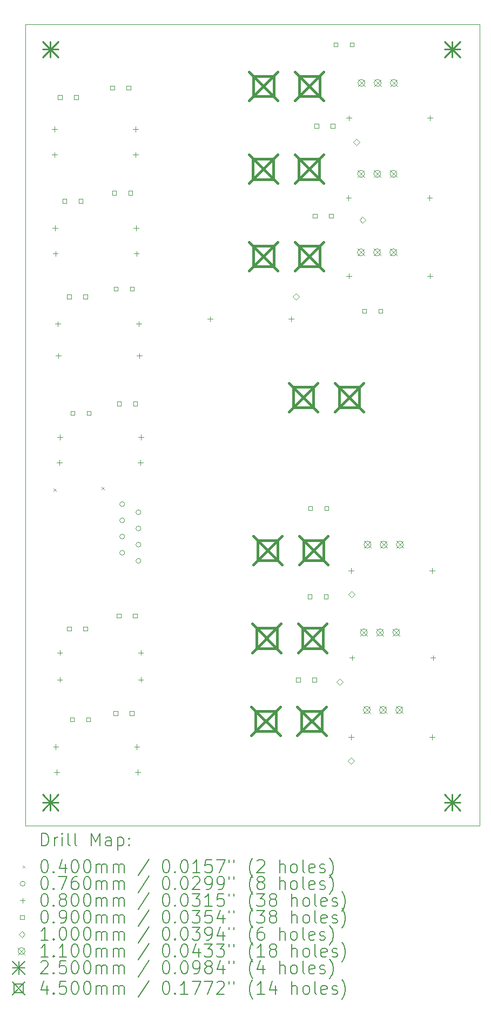
<source format=gbr>
%FSLAX45Y45*%
G04 Gerber Fmt 4.5, Leading zero omitted, Abs format (unit mm)*
G04 Created by KiCad (PCBNEW (6.0.5)) date 2023-06-10 16:46:20*
%MOMM*%
%LPD*%
G01*
G04 APERTURE LIST*
%TA.AperFunction,Profile*%
%ADD10C,0.050000*%
%TD*%
%ADD11C,0.200000*%
%ADD12C,0.040000*%
%ADD13C,0.076000*%
%ADD14C,0.080000*%
%ADD15C,0.090000*%
%ADD16C,0.100000*%
%ADD17C,0.110000*%
%ADD18C,0.250000*%
%ADD19C,0.450000*%
G04 APERTURE END LIST*
D10*
X13205800Y-7610400D02*
X20325000Y-7610400D01*
X20325000Y-7610400D02*
X20325000Y-20165000D01*
X20325000Y-20165000D02*
X13205800Y-20165000D01*
X13205800Y-20165000D02*
X13205800Y-7610400D01*
D11*
D12*
X13647298Y-14880000D02*
X13687298Y-14920000D01*
X13687298Y-14880000D02*
X13647298Y-14920000D01*
X14405000Y-14855000D02*
X14445000Y-14895000D01*
X14445000Y-14855000D02*
X14405000Y-14895000D01*
D13*
X14763000Y-15125000D02*
G75*
G03*
X14763000Y-15125000I-38000J0D01*
G01*
X14763000Y-15379000D02*
G75*
G03*
X14763000Y-15379000I-38000J0D01*
G01*
X14763000Y-15633000D02*
G75*
G03*
X14763000Y-15633000I-38000J0D01*
G01*
X14763000Y-15887000D02*
G75*
G03*
X14763000Y-15887000I-38000J0D01*
G01*
X15017000Y-15252000D02*
G75*
G03*
X15017000Y-15252000I-38000J0D01*
G01*
X15017000Y-15506000D02*
G75*
G03*
X15017000Y-15506000I-38000J0D01*
G01*
X15017000Y-15760000D02*
G75*
G03*
X15017000Y-15760000I-38000J0D01*
G01*
X15017000Y-16014000D02*
G75*
G03*
X15017000Y-16014000I-38000J0D01*
G01*
D14*
X13665000Y-9210000D02*
X13665000Y-9290000D01*
X13625000Y-9250000D02*
X13705000Y-9250000D01*
X13665000Y-9610000D02*
X13665000Y-9690000D01*
X13625000Y-9650000D02*
X13705000Y-9650000D01*
X13675000Y-10760000D02*
X13675000Y-10840000D01*
X13635000Y-10800000D02*
X13715000Y-10800000D01*
X13680000Y-11160000D02*
X13680000Y-11240000D01*
X13640000Y-11200000D02*
X13720000Y-11200000D01*
X13686000Y-18885000D02*
X13686000Y-18965000D01*
X13646000Y-18925000D02*
X13726000Y-18925000D01*
X13700000Y-19285000D02*
X13700000Y-19365000D01*
X13660000Y-19325000D02*
X13740000Y-19325000D01*
X13715000Y-12260000D02*
X13715000Y-12340000D01*
X13675000Y-12300000D02*
X13755000Y-12300000D01*
X13725000Y-12760000D02*
X13725000Y-12840000D01*
X13685000Y-12800000D02*
X13765000Y-12800000D01*
X13740000Y-14435000D02*
X13740000Y-14515000D01*
X13700000Y-14475000D02*
X13780000Y-14475000D01*
X13746000Y-17410000D02*
X13746000Y-17490000D01*
X13706000Y-17450000D02*
X13786000Y-17450000D01*
X13746000Y-17835000D02*
X13746000Y-17915000D01*
X13706000Y-17875000D02*
X13786000Y-17875000D01*
X13750000Y-14035000D02*
X13750000Y-14115000D01*
X13710000Y-14075000D02*
X13790000Y-14075000D01*
X14935000Y-9210000D02*
X14935000Y-9290000D01*
X14895000Y-9250000D02*
X14975000Y-9250000D01*
X14935000Y-9610000D02*
X14935000Y-9690000D01*
X14895000Y-9650000D02*
X14975000Y-9650000D01*
X14945000Y-10760000D02*
X14945000Y-10840000D01*
X14905000Y-10800000D02*
X14985000Y-10800000D01*
X14950000Y-11160000D02*
X14950000Y-11240000D01*
X14910000Y-11200000D02*
X14990000Y-11200000D01*
X14956000Y-18885000D02*
X14956000Y-18965000D01*
X14916000Y-18925000D02*
X14996000Y-18925000D01*
X14970000Y-19285000D02*
X14970000Y-19365000D01*
X14930000Y-19325000D02*
X15010000Y-19325000D01*
X14985000Y-12260000D02*
X14985000Y-12340000D01*
X14945000Y-12300000D02*
X15025000Y-12300000D01*
X14995000Y-12760000D02*
X14995000Y-12840000D01*
X14955000Y-12800000D02*
X15035000Y-12800000D01*
X15010000Y-14435000D02*
X15010000Y-14515000D01*
X14970000Y-14475000D02*
X15050000Y-14475000D01*
X15016000Y-17410000D02*
X15016000Y-17490000D01*
X14976000Y-17450000D02*
X15056000Y-17450000D01*
X15016000Y-17835000D02*
X15016000Y-17915000D01*
X14976000Y-17875000D02*
X15056000Y-17875000D01*
X15020000Y-14035000D02*
X15020000Y-14115000D01*
X14980000Y-14075000D02*
X15060000Y-14075000D01*
X16105000Y-12185000D02*
X16105000Y-12265000D01*
X16065000Y-12225000D02*
X16145000Y-12225000D01*
X17375000Y-12185000D02*
X17375000Y-12265000D01*
X17335000Y-12225000D02*
X17415000Y-12225000D01*
X18275098Y-10285000D02*
X18275098Y-10365000D01*
X18235098Y-10325000D02*
X18315098Y-10325000D01*
X18280000Y-9035000D02*
X18280000Y-9115000D01*
X18240000Y-9075000D02*
X18320000Y-9075000D01*
X18280000Y-11510000D02*
X18280000Y-11590000D01*
X18240000Y-11550000D02*
X18320000Y-11550000D01*
X18313420Y-16124820D02*
X18313420Y-16204820D01*
X18273420Y-16164820D02*
X18353420Y-16164820D01*
X18315000Y-18735000D02*
X18315000Y-18815000D01*
X18275000Y-18775000D02*
X18355000Y-18775000D01*
X18327808Y-17493349D02*
X18327808Y-17573349D01*
X18287808Y-17533349D02*
X18367808Y-17533349D01*
X19545098Y-10285000D02*
X19545098Y-10365000D01*
X19505098Y-10325000D02*
X19585098Y-10325000D01*
X19550000Y-9035000D02*
X19550000Y-9115000D01*
X19510000Y-9075000D02*
X19590000Y-9075000D01*
X19550000Y-11510000D02*
X19550000Y-11590000D01*
X19510000Y-11550000D02*
X19590000Y-11550000D01*
X19583420Y-16124820D02*
X19583420Y-16204820D01*
X19543420Y-16164820D02*
X19623420Y-16164820D01*
X19585000Y-18735000D02*
X19585000Y-18815000D01*
X19545000Y-18775000D02*
X19625000Y-18775000D01*
X19597808Y-17493349D02*
X19597808Y-17573349D01*
X19557808Y-17533349D02*
X19637808Y-17533349D01*
D15*
X13782320Y-8781820D02*
X13782320Y-8718180D01*
X13718680Y-8718180D01*
X13718680Y-8781820D01*
X13782320Y-8781820D01*
X13852820Y-10406820D02*
X13852820Y-10343180D01*
X13789180Y-10343180D01*
X13789180Y-10406820D01*
X13852820Y-10406820D01*
X13923820Y-17106820D02*
X13923820Y-17043180D01*
X13860180Y-17043180D01*
X13860180Y-17106820D01*
X13923820Y-17106820D01*
X13927320Y-11906820D02*
X13927320Y-11843180D01*
X13863680Y-11843180D01*
X13863680Y-11906820D01*
X13927320Y-11906820D01*
X13973320Y-18531820D02*
X13973320Y-18468180D01*
X13909680Y-18468180D01*
X13909680Y-18531820D01*
X13973320Y-18531820D01*
X13981820Y-13731820D02*
X13981820Y-13668180D01*
X13918180Y-13668180D01*
X13918180Y-13731820D01*
X13981820Y-13731820D01*
X14036320Y-8781820D02*
X14036320Y-8718180D01*
X13972680Y-8718180D01*
X13972680Y-8781820D01*
X14036320Y-8781820D01*
X14106820Y-10406820D02*
X14106820Y-10343180D01*
X14043180Y-10343180D01*
X14043180Y-10406820D01*
X14106820Y-10406820D01*
X14177820Y-17106820D02*
X14177820Y-17043180D01*
X14114180Y-17043180D01*
X14114180Y-17106820D01*
X14177820Y-17106820D01*
X14181320Y-11906820D02*
X14181320Y-11843180D01*
X14117680Y-11843180D01*
X14117680Y-11906820D01*
X14181320Y-11906820D01*
X14227320Y-18531820D02*
X14227320Y-18468180D01*
X14163680Y-18468180D01*
X14163680Y-18531820D01*
X14227320Y-18531820D01*
X14235820Y-13731820D02*
X14235820Y-13668180D01*
X14172180Y-13668180D01*
X14172180Y-13731820D01*
X14235820Y-13731820D01*
X14604320Y-8631820D02*
X14604320Y-8568180D01*
X14540680Y-8568180D01*
X14540680Y-8631820D01*
X14604320Y-8631820D01*
X14631820Y-10281820D02*
X14631820Y-10218180D01*
X14568180Y-10218180D01*
X14568180Y-10281820D01*
X14631820Y-10281820D01*
X14652820Y-18431820D02*
X14652820Y-18368180D01*
X14589180Y-18368180D01*
X14589180Y-18431820D01*
X14652820Y-18431820D01*
X14656820Y-11781820D02*
X14656820Y-11718180D01*
X14593180Y-11718180D01*
X14593180Y-11781820D01*
X14656820Y-11781820D01*
X14702820Y-16906820D02*
X14702820Y-16843180D01*
X14639180Y-16843180D01*
X14639180Y-16906820D01*
X14702820Y-16906820D01*
X14706820Y-13581820D02*
X14706820Y-13518180D01*
X14643180Y-13518180D01*
X14643180Y-13581820D01*
X14706820Y-13581820D01*
X14858320Y-8631820D02*
X14858320Y-8568180D01*
X14794680Y-8568180D01*
X14794680Y-8631820D01*
X14858320Y-8631820D01*
X14885820Y-10281820D02*
X14885820Y-10218180D01*
X14822180Y-10218180D01*
X14822180Y-10281820D01*
X14885820Y-10281820D01*
X14906820Y-18431820D02*
X14906820Y-18368180D01*
X14843180Y-18368180D01*
X14843180Y-18431820D01*
X14906820Y-18431820D01*
X14910820Y-11781820D02*
X14910820Y-11718180D01*
X14847180Y-11718180D01*
X14847180Y-11781820D01*
X14910820Y-11781820D01*
X14956820Y-16906820D02*
X14956820Y-16843180D01*
X14893180Y-16843180D01*
X14893180Y-16906820D01*
X14956820Y-16906820D01*
X14960820Y-13581820D02*
X14960820Y-13518180D01*
X14897180Y-13518180D01*
X14897180Y-13581820D01*
X14960820Y-13581820D01*
X17516820Y-17906820D02*
X17516820Y-17843180D01*
X17453180Y-17843180D01*
X17453180Y-17906820D01*
X17516820Y-17906820D01*
X17696820Y-16606820D02*
X17696820Y-16543180D01*
X17633180Y-16543180D01*
X17633180Y-16606820D01*
X17696820Y-16606820D01*
X17706640Y-15221640D02*
X17706640Y-15158000D01*
X17643000Y-15158000D01*
X17643000Y-15221640D01*
X17706640Y-15221640D01*
X17770820Y-17906820D02*
X17770820Y-17843180D01*
X17707180Y-17843180D01*
X17707180Y-17906820D01*
X17770820Y-17906820D01*
X17777345Y-10641796D02*
X17777345Y-10578155D01*
X17713704Y-10578155D01*
X17713704Y-10641796D01*
X17777345Y-10641796D01*
X17801918Y-9231820D02*
X17801918Y-9168180D01*
X17738278Y-9168180D01*
X17738278Y-9231820D01*
X17801918Y-9231820D01*
X17950820Y-16606820D02*
X17950820Y-16543180D01*
X17887180Y-16543180D01*
X17887180Y-16606820D01*
X17950820Y-16606820D01*
X17960640Y-15221640D02*
X17960640Y-15158000D01*
X17897000Y-15158000D01*
X17897000Y-15221640D01*
X17960640Y-15221640D01*
X18031345Y-10641796D02*
X18031345Y-10578155D01*
X17967704Y-10578155D01*
X17967704Y-10641796D01*
X18031345Y-10641796D01*
X18055918Y-9231820D02*
X18055918Y-9168180D01*
X17992278Y-9168180D01*
X17992278Y-9231820D01*
X18055918Y-9231820D01*
X18102320Y-7956820D02*
X18102320Y-7893180D01*
X18038680Y-7893180D01*
X18038680Y-7956820D01*
X18102320Y-7956820D01*
X18356320Y-7956820D02*
X18356320Y-7893180D01*
X18292680Y-7893180D01*
X18292680Y-7956820D01*
X18356320Y-7956820D01*
X18552820Y-12131820D02*
X18552820Y-12068180D01*
X18489180Y-12068180D01*
X18489180Y-12131820D01*
X18552820Y-12131820D01*
X18806820Y-12131820D02*
X18806820Y-12068180D01*
X18743180Y-12068180D01*
X18743180Y-12131820D01*
X18806820Y-12131820D01*
D16*
X17450000Y-11925000D02*
X17500000Y-11875000D01*
X17450000Y-11825000D01*
X17400000Y-11875000D01*
X17450000Y-11925000D01*
X18137808Y-17958349D02*
X18187808Y-17908349D01*
X18137808Y-17858349D01*
X18087808Y-17908349D01*
X18137808Y-17958349D01*
X18310000Y-19200000D02*
X18360000Y-19150000D01*
X18310000Y-19100000D01*
X18260000Y-19150000D01*
X18310000Y-19200000D01*
X18323420Y-16589820D02*
X18373420Y-16539820D01*
X18323420Y-16489820D01*
X18273420Y-16539820D01*
X18323420Y-16589820D01*
X18400000Y-9500000D02*
X18450000Y-9450000D01*
X18400000Y-9400000D01*
X18350000Y-9450000D01*
X18400000Y-9500000D01*
X18495098Y-10725000D02*
X18545098Y-10675000D01*
X18495098Y-10625000D01*
X18445098Y-10675000D01*
X18495098Y-10725000D01*
D17*
X18411524Y-11124476D02*
X18521524Y-11234475D01*
X18521524Y-11124476D02*
X18411524Y-11234475D01*
X18521524Y-11179476D02*
G75*
G03*
X18521524Y-11179476I-55000J0D01*
G01*
X18415098Y-9895000D02*
X18525098Y-10005000D01*
X18525098Y-9895000D02*
X18415098Y-10005000D01*
X18525098Y-9950000D02*
G75*
G03*
X18525098Y-9950000I-55000J0D01*
G01*
X18420000Y-8470000D02*
X18530000Y-8580000D01*
X18530000Y-8470000D02*
X18420000Y-8580000D01*
X18530000Y-8525000D02*
G75*
G03*
X18530000Y-8525000I-55000J0D01*
G01*
X18457808Y-17078349D02*
X18567808Y-17188349D01*
X18567808Y-17078349D02*
X18457808Y-17188349D01*
X18567808Y-17133349D02*
G75*
G03*
X18567808Y-17133349I-55000J0D01*
G01*
X18505000Y-18295000D02*
X18615000Y-18405000D01*
X18615000Y-18295000D02*
X18505000Y-18405000D01*
X18615000Y-18350000D02*
G75*
G03*
X18615000Y-18350000I-55000J0D01*
G01*
X18514420Y-15704320D02*
X18624420Y-15814320D01*
X18624420Y-15704320D02*
X18514420Y-15814320D01*
X18624420Y-15759320D02*
G75*
G03*
X18624420Y-15759320I-55000J0D01*
G01*
X18665524Y-11124476D02*
X18775524Y-11234475D01*
X18775524Y-11124476D02*
X18665524Y-11234475D01*
X18775524Y-11179476D02*
G75*
G03*
X18775524Y-11179476I-55000J0D01*
G01*
X18669098Y-9895000D02*
X18779098Y-10005000D01*
X18779098Y-9895000D02*
X18669098Y-10005000D01*
X18779098Y-9950000D02*
G75*
G03*
X18779098Y-9950000I-55000J0D01*
G01*
X18674000Y-8470000D02*
X18784000Y-8580000D01*
X18784000Y-8470000D02*
X18674000Y-8580000D01*
X18784000Y-8525000D02*
G75*
G03*
X18784000Y-8525000I-55000J0D01*
G01*
X18711808Y-17078349D02*
X18821808Y-17188349D01*
X18821808Y-17078349D02*
X18711808Y-17188349D01*
X18821808Y-17133349D02*
G75*
G03*
X18821808Y-17133349I-55000J0D01*
G01*
X18759000Y-18295000D02*
X18869000Y-18405000D01*
X18869000Y-18295000D02*
X18759000Y-18405000D01*
X18869000Y-18350000D02*
G75*
G03*
X18869000Y-18350000I-55000J0D01*
G01*
X18768420Y-15704320D02*
X18878420Y-15814320D01*
X18878420Y-15704320D02*
X18768420Y-15814320D01*
X18878420Y-15759320D02*
G75*
G03*
X18878420Y-15759320I-55000J0D01*
G01*
X18919524Y-11124476D02*
X19029524Y-11234475D01*
X19029524Y-11124476D02*
X18919524Y-11234475D01*
X19029524Y-11179476D02*
G75*
G03*
X19029524Y-11179476I-55000J0D01*
G01*
X18923098Y-9895000D02*
X19033098Y-10005000D01*
X19033098Y-9895000D02*
X18923098Y-10005000D01*
X19033098Y-9950000D02*
G75*
G03*
X19033098Y-9950000I-55000J0D01*
G01*
X18928000Y-8470000D02*
X19038000Y-8580000D01*
X19038000Y-8470000D02*
X18928000Y-8580000D01*
X19038000Y-8525000D02*
G75*
G03*
X19038000Y-8525000I-55000J0D01*
G01*
X18965808Y-17078349D02*
X19075808Y-17188349D01*
X19075808Y-17078349D02*
X18965808Y-17188349D01*
X19075808Y-17133349D02*
G75*
G03*
X19075808Y-17133349I-55000J0D01*
G01*
X19013000Y-18295000D02*
X19123000Y-18405000D01*
X19123000Y-18295000D02*
X19013000Y-18405000D01*
X19123000Y-18350000D02*
G75*
G03*
X19123000Y-18350000I-55000J0D01*
G01*
X19022420Y-15704320D02*
X19132420Y-15814320D01*
X19132420Y-15704320D02*
X19022420Y-15814320D01*
X19132420Y-15759320D02*
G75*
G03*
X19132420Y-15759320I-55000J0D01*
G01*
D18*
X13475000Y-7875000D02*
X13725000Y-8125000D01*
X13725000Y-7875000D02*
X13475000Y-8125000D01*
X13600000Y-7875000D02*
X13600000Y-8125000D01*
X13475000Y-8000000D02*
X13725000Y-8000000D01*
X13475000Y-19675000D02*
X13725000Y-19925000D01*
X13725000Y-19675000D02*
X13475000Y-19925000D01*
X13600000Y-19675000D02*
X13600000Y-19925000D01*
X13475000Y-19800000D02*
X13725000Y-19800000D01*
X19775000Y-7875000D02*
X20025000Y-8125000D01*
X20025000Y-7875000D02*
X19775000Y-8125000D01*
X19900000Y-7875000D02*
X19900000Y-8125000D01*
X19775000Y-8000000D02*
X20025000Y-8000000D01*
X19775000Y-19675000D02*
X20025000Y-19925000D01*
X20025000Y-19675000D02*
X19775000Y-19925000D01*
X19900000Y-19675000D02*
X19900000Y-19925000D01*
X19775000Y-19800000D02*
X20025000Y-19800000D01*
D19*
X16710098Y-9650000D02*
X17160098Y-10100000D01*
X17160098Y-9650000D02*
X16710098Y-10100000D01*
X17094198Y-10034101D02*
X17094198Y-9715899D01*
X16775997Y-9715899D01*
X16775997Y-10034101D01*
X17094198Y-10034101D01*
X16714524Y-11015476D02*
X17164524Y-11465475D01*
X17164524Y-11015476D02*
X16714524Y-11465475D01*
X17098625Y-11399576D02*
X17098625Y-11081375D01*
X16780424Y-11081375D01*
X16780424Y-11399576D01*
X17098625Y-11399576D01*
X16715000Y-8350000D02*
X17165000Y-8800000D01*
X17165000Y-8350000D02*
X16715000Y-8800000D01*
X17099101Y-8734101D02*
X17099101Y-8415899D01*
X16780899Y-8415899D01*
X16780899Y-8734101D01*
X17099101Y-8734101D01*
X16750000Y-18300000D02*
X17200000Y-18750000D01*
X17200000Y-18300000D02*
X16750000Y-18750000D01*
X17134101Y-18684101D02*
X17134101Y-18365899D01*
X16815899Y-18365899D01*
X16815899Y-18684101D01*
X17134101Y-18684101D01*
X16765000Y-17000000D02*
X17215000Y-17450000D01*
X17215000Y-17000000D02*
X16765000Y-17450000D01*
X17149101Y-17384101D02*
X17149101Y-17065899D01*
X16830899Y-17065899D01*
X16830899Y-17384101D01*
X17149101Y-17384101D01*
X16779820Y-15625220D02*
X17229820Y-16075220D01*
X17229820Y-15625220D02*
X16779820Y-16075220D01*
X17163921Y-16009321D02*
X17163921Y-15691119D01*
X16845719Y-15691119D01*
X16845719Y-16009321D01*
X17163921Y-16009321D01*
X17340000Y-13225000D02*
X17790000Y-13675000D01*
X17790000Y-13225000D02*
X17340000Y-13675000D01*
X17724101Y-13609101D02*
X17724101Y-13290899D01*
X17405899Y-13290899D01*
X17405899Y-13609101D01*
X17724101Y-13609101D01*
X17430098Y-9650000D02*
X17880098Y-10100000D01*
X17880098Y-9650000D02*
X17430098Y-10100000D01*
X17814198Y-10034101D02*
X17814198Y-9715899D01*
X17495997Y-9715899D01*
X17495997Y-10034101D01*
X17814198Y-10034101D01*
X17434524Y-11015476D02*
X17884524Y-11465475D01*
X17884524Y-11015476D02*
X17434524Y-11465475D01*
X17818625Y-11399576D02*
X17818625Y-11081375D01*
X17500424Y-11081375D01*
X17500424Y-11399576D01*
X17818625Y-11399576D01*
X17435000Y-8350000D02*
X17885000Y-8800000D01*
X17885000Y-8350000D02*
X17435000Y-8800000D01*
X17819101Y-8734101D02*
X17819101Y-8415899D01*
X17500899Y-8415899D01*
X17500899Y-8734101D01*
X17819101Y-8734101D01*
X17470000Y-18300000D02*
X17920000Y-18750000D01*
X17920000Y-18300000D02*
X17470000Y-18750000D01*
X17854101Y-18684101D02*
X17854101Y-18365899D01*
X17535899Y-18365899D01*
X17535899Y-18684101D01*
X17854101Y-18684101D01*
X17485000Y-17000000D02*
X17935000Y-17450000D01*
X17935000Y-17000000D02*
X17485000Y-17450000D01*
X17869101Y-17384101D02*
X17869101Y-17065899D01*
X17550899Y-17065899D01*
X17550899Y-17384101D01*
X17869101Y-17384101D01*
X17499820Y-15625220D02*
X17949820Y-16075220D01*
X17949820Y-15625220D02*
X17499820Y-16075220D01*
X17883921Y-16009321D02*
X17883921Y-15691119D01*
X17565719Y-15691119D01*
X17565719Y-16009321D01*
X17883921Y-16009321D01*
X18060000Y-13225000D02*
X18510000Y-13675000D01*
X18510000Y-13225000D02*
X18060000Y-13675000D01*
X18444101Y-13609101D02*
X18444101Y-13290899D01*
X18125899Y-13290899D01*
X18125899Y-13609101D01*
X18444101Y-13609101D01*
D11*
X13460919Y-20477976D02*
X13460919Y-20277976D01*
X13508538Y-20277976D01*
X13537109Y-20287500D01*
X13556157Y-20306548D01*
X13565681Y-20325595D01*
X13575205Y-20363690D01*
X13575205Y-20392262D01*
X13565681Y-20430357D01*
X13556157Y-20449405D01*
X13537109Y-20468452D01*
X13508538Y-20477976D01*
X13460919Y-20477976D01*
X13660919Y-20477976D02*
X13660919Y-20344643D01*
X13660919Y-20382738D02*
X13670443Y-20363690D01*
X13679967Y-20354167D01*
X13699014Y-20344643D01*
X13718062Y-20344643D01*
X13784728Y-20477976D02*
X13784728Y-20344643D01*
X13784728Y-20277976D02*
X13775205Y-20287500D01*
X13784728Y-20297024D01*
X13794252Y-20287500D01*
X13784728Y-20277976D01*
X13784728Y-20297024D01*
X13908538Y-20477976D02*
X13889490Y-20468452D01*
X13879967Y-20449405D01*
X13879967Y-20277976D01*
X14013300Y-20477976D02*
X13994252Y-20468452D01*
X13984728Y-20449405D01*
X13984728Y-20277976D01*
X14241871Y-20477976D02*
X14241871Y-20277976D01*
X14308538Y-20420833D01*
X14375205Y-20277976D01*
X14375205Y-20477976D01*
X14556157Y-20477976D02*
X14556157Y-20373214D01*
X14546633Y-20354167D01*
X14527586Y-20344643D01*
X14489490Y-20344643D01*
X14470443Y-20354167D01*
X14556157Y-20468452D02*
X14537109Y-20477976D01*
X14489490Y-20477976D01*
X14470443Y-20468452D01*
X14460919Y-20449405D01*
X14460919Y-20430357D01*
X14470443Y-20411310D01*
X14489490Y-20401786D01*
X14537109Y-20401786D01*
X14556157Y-20392262D01*
X14651395Y-20344643D02*
X14651395Y-20544643D01*
X14651395Y-20354167D02*
X14670443Y-20344643D01*
X14708538Y-20344643D01*
X14727586Y-20354167D01*
X14737109Y-20363690D01*
X14746633Y-20382738D01*
X14746633Y-20439881D01*
X14737109Y-20458929D01*
X14727586Y-20468452D01*
X14708538Y-20477976D01*
X14670443Y-20477976D01*
X14651395Y-20468452D01*
X14832348Y-20458929D02*
X14841871Y-20468452D01*
X14832348Y-20477976D01*
X14822824Y-20468452D01*
X14832348Y-20458929D01*
X14832348Y-20477976D01*
X14832348Y-20354167D02*
X14841871Y-20363690D01*
X14832348Y-20373214D01*
X14822824Y-20363690D01*
X14832348Y-20354167D01*
X14832348Y-20373214D01*
D12*
X13163300Y-20787500D02*
X13203300Y-20827500D01*
X13203300Y-20787500D02*
X13163300Y-20827500D01*
D11*
X13499014Y-20697976D02*
X13518062Y-20697976D01*
X13537109Y-20707500D01*
X13546633Y-20717024D01*
X13556157Y-20736071D01*
X13565681Y-20774167D01*
X13565681Y-20821786D01*
X13556157Y-20859881D01*
X13546633Y-20878929D01*
X13537109Y-20888452D01*
X13518062Y-20897976D01*
X13499014Y-20897976D01*
X13479967Y-20888452D01*
X13470443Y-20878929D01*
X13460919Y-20859881D01*
X13451395Y-20821786D01*
X13451395Y-20774167D01*
X13460919Y-20736071D01*
X13470443Y-20717024D01*
X13479967Y-20707500D01*
X13499014Y-20697976D01*
X13651395Y-20878929D02*
X13660919Y-20888452D01*
X13651395Y-20897976D01*
X13641871Y-20888452D01*
X13651395Y-20878929D01*
X13651395Y-20897976D01*
X13832348Y-20764643D02*
X13832348Y-20897976D01*
X13784728Y-20688452D02*
X13737109Y-20831310D01*
X13860919Y-20831310D01*
X13975205Y-20697976D02*
X13994252Y-20697976D01*
X14013300Y-20707500D01*
X14022824Y-20717024D01*
X14032348Y-20736071D01*
X14041871Y-20774167D01*
X14041871Y-20821786D01*
X14032348Y-20859881D01*
X14022824Y-20878929D01*
X14013300Y-20888452D01*
X13994252Y-20897976D01*
X13975205Y-20897976D01*
X13956157Y-20888452D01*
X13946633Y-20878929D01*
X13937109Y-20859881D01*
X13927586Y-20821786D01*
X13927586Y-20774167D01*
X13937109Y-20736071D01*
X13946633Y-20717024D01*
X13956157Y-20707500D01*
X13975205Y-20697976D01*
X14165681Y-20697976D02*
X14184728Y-20697976D01*
X14203776Y-20707500D01*
X14213300Y-20717024D01*
X14222824Y-20736071D01*
X14232348Y-20774167D01*
X14232348Y-20821786D01*
X14222824Y-20859881D01*
X14213300Y-20878929D01*
X14203776Y-20888452D01*
X14184728Y-20897976D01*
X14165681Y-20897976D01*
X14146633Y-20888452D01*
X14137109Y-20878929D01*
X14127586Y-20859881D01*
X14118062Y-20821786D01*
X14118062Y-20774167D01*
X14127586Y-20736071D01*
X14137109Y-20717024D01*
X14146633Y-20707500D01*
X14165681Y-20697976D01*
X14318062Y-20897976D02*
X14318062Y-20764643D01*
X14318062Y-20783690D02*
X14327586Y-20774167D01*
X14346633Y-20764643D01*
X14375205Y-20764643D01*
X14394252Y-20774167D01*
X14403776Y-20793214D01*
X14403776Y-20897976D01*
X14403776Y-20793214D02*
X14413300Y-20774167D01*
X14432348Y-20764643D01*
X14460919Y-20764643D01*
X14479967Y-20774167D01*
X14489490Y-20793214D01*
X14489490Y-20897976D01*
X14584728Y-20897976D02*
X14584728Y-20764643D01*
X14584728Y-20783690D02*
X14594252Y-20774167D01*
X14613300Y-20764643D01*
X14641871Y-20764643D01*
X14660919Y-20774167D01*
X14670443Y-20793214D01*
X14670443Y-20897976D01*
X14670443Y-20793214D02*
X14679967Y-20774167D01*
X14699014Y-20764643D01*
X14727586Y-20764643D01*
X14746633Y-20774167D01*
X14756157Y-20793214D01*
X14756157Y-20897976D01*
X15146633Y-20688452D02*
X14975205Y-20945595D01*
X15403776Y-20697976D02*
X15422824Y-20697976D01*
X15441871Y-20707500D01*
X15451395Y-20717024D01*
X15460919Y-20736071D01*
X15470443Y-20774167D01*
X15470443Y-20821786D01*
X15460919Y-20859881D01*
X15451395Y-20878929D01*
X15441871Y-20888452D01*
X15422824Y-20897976D01*
X15403776Y-20897976D01*
X15384728Y-20888452D01*
X15375205Y-20878929D01*
X15365681Y-20859881D01*
X15356157Y-20821786D01*
X15356157Y-20774167D01*
X15365681Y-20736071D01*
X15375205Y-20717024D01*
X15384728Y-20707500D01*
X15403776Y-20697976D01*
X15556157Y-20878929D02*
X15565681Y-20888452D01*
X15556157Y-20897976D01*
X15546633Y-20888452D01*
X15556157Y-20878929D01*
X15556157Y-20897976D01*
X15689490Y-20697976D02*
X15708538Y-20697976D01*
X15727586Y-20707500D01*
X15737109Y-20717024D01*
X15746633Y-20736071D01*
X15756157Y-20774167D01*
X15756157Y-20821786D01*
X15746633Y-20859881D01*
X15737109Y-20878929D01*
X15727586Y-20888452D01*
X15708538Y-20897976D01*
X15689490Y-20897976D01*
X15670443Y-20888452D01*
X15660919Y-20878929D01*
X15651395Y-20859881D01*
X15641871Y-20821786D01*
X15641871Y-20774167D01*
X15651395Y-20736071D01*
X15660919Y-20717024D01*
X15670443Y-20707500D01*
X15689490Y-20697976D01*
X15946633Y-20897976D02*
X15832348Y-20897976D01*
X15889490Y-20897976D02*
X15889490Y-20697976D01*
X15870443Y-20726548D01*
X15851395Y-20745595D01*
X15832348Y-20755119D01*
X16127586Y-20697976D02*
X16032348Y-20697976D01*
X16022824Y-20793214D01*
X16032348Y-20783690D01*
X16051395Y-20774167D01*
X16099014Y-20774167D01*
X16118062Y-20783690D01*
X16127586Y-20793214D01*
X16137109Y-20812262D01*
X16137109Y-20859881D01*
X16127586Y-20878929D01*
X16118062Y-20888452D01*
X16099014Y-20897976D01*
X16051395Y-20897976D01*
X16032348Y-20888452D01*
X16022824Y-20878929D01*
X16203776Y-20697976D02*
X16337109Y-20697976D01*
X16251395Y-20897976D01*
X16403776Y-20697976D02*
X16403776Y-20736071D01*
X16479967Y-20697976D02*
X16479967Y-20736071D01*
X16775205Y-20974167D02*
X16765681Y-20964643D01*
X16746633Y-20936071D01*
X16737109Y-20917024D01*
X16727586Y-20888452D01*
X16718062Y-20840833D01*
X16718062Y-20802738D01*
X16727586Y-20755119D01*
X16737109Y-20726548D01*
X16746633Y-20707500D01*
X16765681Y-20678929D01*
X16775205Y-20669405D01*
X16841871Y-20717024D02*
X16851395Y-20707500D01*
X16870443Y-20697976D01*
X16918062Y-20697976D01*
X16937110Y-20707500D01*
X16946633Y-20717024D01*
X16956157Y-20736071D01*
X16956157Y-20755119D01*
X16946633Y-20783690D01*
X16832348Y-20897976D01*
X16956157Y-20897976D01*
X17194252Y-20897976D02*
X17194252Y-20697976D01*
X17279967Y-20897976D02*
X17279967Y-20793214D01*
X17270443Y-20774167D01*
X17251395Y-20764643D01*
X17222824Y-20764643D01*
X17203776Y-20774167D01*
X17194252Y-20783690D01*
X17403776Y-20897976D02*
X17384729Y-20888452D01*
X17375205Y-20878929D01*
X17365681Y-20859881D01*
X17365681Y-20802738D01*
X17375205Y-20783690D01*
X17384729Y-20774167D01*
X17403776Y-20764643D01*
X17432348Y-20764643D01*
X17451395Y-20774167D01*
X17460919Y-20783690D01*
X17470443Y-20802738D01*
X17470443Y-20859881D01*
X17460919Y-20878929D01*
X17451395Y-20888452D01*
X17432348Y-20897976D01*
X17403776Y-20897976D01*
X17584729Y-20897976D02*
X17565681Y-20888452D01*
X17556157Y-20869405D01*
X17556157Y-20697976D01*
X17737110Y-20888452D02*
X17718062Y-20897976D01*
X17679967Y-20897976D01*
X17660919Y-20888452D01*
X17651395Y-20869405D01*
X17651395Y-20793214D01*
X17660919Y-20774167D01*
X17679967Y-20764643D01*
X17718062Y-20764643D01*
X17737110Y-20774167D01*
X17746633Y-20793214D01*
X17746633Y-20812262D01*
X17651395Y-20831310D01*
X17822824Y-20888452D02*
X17841871Y-20897976D01*
X17879967Y-20897976D01*
X17899014Y-20888452D01*
X17908538Y-20869405D01*
X17908538Y-20859881D01*
X17899014Y-20840833D01*
X17879967Y-20831310D01*
X17851395Y-20831310D01*
X17832348Y-20821786D01*
X17822824Y-20802738D01*
X17822824Y-20793214D01*
X17832348Y-20774167D01*
X17851395Y-20764643D01*
X17879967Y-20764643D01*
X17899014Y-20774167D01*
X17975205Y-20974167D02*
X17984729Y-20964643D01*
X18003776Y-20936071D01*
X18013300Y-20917024D01*
X18022824Y-20888452D01*
X18032348Y-20840833D01*
X18032348Y-20802738D01*
X18022824Y-20755119D01*
X18013300Y-20726548D01*
X18003776Y-20707500D01*
X17984729Y-20678929D01*
X17975205Y-20669405D01*
D13*
X13203300Y-21071500D02*
G75*
G03*
X13203300Y-21071500I-38000J0D01*
G01*
D11*
X13499014Y-20961976D02*
X13518062Y-20961976D01*
X13537109Y-20971500D01*
X13546633Y-20981024D01*
X13556157Y-21000071D01*
X13565681Y-21038167D01*
X13565681Y-21085786D01*
X13556157Y-21123881D01*
X13546633Y-21142929D01*
X13537109Y-21152452D01*
X13518062Y-21161976D01*
X13499014Y-21161976D01*
X13479967Y-21152452D01*
X13470443Y-21142929D01*
X13460919Y-21123881D01*
X13451395Y-21085786D01*
X13451395Y-21038167D01*
X13460919Y-21000071D01*
X13470443Y-20981024D01*
X13479967Y-20971500D01*
X13499014Y-20961976D01*
X13651395Y-21142929D02*
X13660919Y-21152452D01*
X13651395Y-21161976D01*
X13641871Y-21152452D01*
X13651395Y-21142929D01*
X13651395Y-21161976D01*
X13727586Y-20961976D02*
X13860919Y-20961976D01*
X13775205Y-21161976D01*
X14022824Y-20961976D02*
X13984728Y-20961976D01*
X13965681Y-20971500D01*
X13956157Y-20981024D01*
X13937109Y-21009595D01*
X13927586Y-21047690D01*
X13927586Y-21123881D01*
X13937109Y-21142929D01*
X13946633Y-21152452D01*
X13965681Y-21161976D01*
X14003776Y-21161976D01*
X14022824Y-21152452D01*
X14032348Y-21142929D01*
X14041871Y-21123881D01*
X14041871Y-21076262D01*
X14032348Y-21057214D01*
X14022824Y-21047690D01*
X14003776Y-21038167D01*
X13965681Y-21038167D01*
X13946633Y-21047690D01*
X13937109Y-21057214D01*
X13927586Y-21076262D01*
X14165681Y-20961976D02*
X14184728Y-20961976D01*
X14203776Y-20971500D01*
X14213300Y-20981024D01*
X14222824Y-21000071D01*
X14232348Y-21038167D01*
X14232348Y-21085786D01*
X14222824Y-21123881D01*
X14213300Y-21142929D01*
X14203776Y-21152452D01*
X14184728Y-21161976D01*
X14165681Y-21161976D01*
X14146633Y-21152452D01*
X14137109Y-21142929D01*
X14127586Y-21123881D01*
X14118062Y-21085786D01*
X14118062Y-21038167D01*
X14127586Y-21000071D01*
X14137109Y-20981024D01*
X14146633Y-20971500D01*
X14165681Y-20961976D01*
X14318062Y-21161976D02*
X14318062Y-21028643D01*
X14318062Y-21047690D02*
X14327586Y-21038167D01*
X14346633Y-21028643D01*
X14375205Y-21028643D01*
X14394252Y-21038167D01*
X14403776Y-21057214D01*
X14403776Y-21161976D01*
X14403776Y-21057214D02*
X14413300Y-21038167D01*
X14432348Y-21028643D01*
X14460919Y-21028643D01*
X14479967Y-21038167D01*
X14489490Y-21057214D01*
X14489490Y-21161976D01*
X14584728Y-21161976D02*
X14584728Y-21028643D01*
X14584728Y-21047690D02*
X14594252Y-21038167D01*
X14613300Y-21028643D01*
X14641871Y-21028643D01*
X14660919Y-21038167D01*
X14670443Y-21057214D01*
X14670443Y-21161976D01*
X14670443Y-21057214D02*
X14679967Y-21038167D01*
X14699014Y-21028643D01*
X14727586Y-21028643D01*
X14746633Y-21038167D01*
X14756157Y-21057214D01*
X14756157Y-21161976D01*
X15146633Y-20952452D02*
X14975205Y-21209595D01*
X15403776Y-20961976D02*
X15422824Y-20961976D01*
X15441871Y-20971500D01*
X15451395Y-20981024D01*
X15460919Y-21000071D01*
X15470443Y-21038167D01*
X15470443Y-21085786D01*
X15460919Y-21123881D01*
X15451395Y-21142929D01*
X15441871Y-21152452D01*
X15422824Y-21161976D01*
X15403776Y-21161976D01*
X15384728Y-21152452D01*
X15375205Y-21142929D01*
X15365681Y-21123881D01*
X15356157Y-21085786D01*
X15356157Y-21038167D01*
X15365681Y-21000071D01*
X15375205Y-20981024D01*
X15384728Y-20971500D01*
X15403776Y-20961976D01*
X15556157Y-21142929D02*
X15565681Y-21152452D01*
X15556157Y-21161976D01*
X15546633Y-21152452D01*
X15556157Y-21142929D01*
X15556157Y-21161976D01*
X15689490Y-20961976D02*
X15708538Y-20961976D01*
X15727586Y-20971500D01*
X15737109Y-20981024D01*
X15746633Y-21000071D01*
X15756157Y-21038167D01*
X15756157Y-21085786D01*
X15746633Y-21123881D01*
X15737109Y-21142929D01*
X15727586Y-21152452D01*
X15708538Y-21161976D01*
X15689490Y-21161976D01*
X15670443Y-21152452D01*
X15660919Y-21142929D01*
X15651395Y-21123881D01*
X15641871Y-21085786D01*
X15641871Y-21038167D01*
X15651395Y-21000071D01*
X15660919Y-20981024D01*
X15670443Y-20971500D01*
X15689490Y-20961976D01*
X15832348Y-20981024D02*
X15841871Y-20971500D01*
X15860919Y-20961976D01*
X15908538Y-20961976D01*
X15927586Y-20971500D01*
X15937109Y-20981024D01*
X15946633Y-21000071D01*
X15946633Y-21019119D01*
X15937109Y-21047690D01*
X15822824Y-21161976D01*
X15946633Y-21161976D01*
X16041871Y-21161976D02*
X16079967Y-21161976D01*
X16099014Y-21152452D01*
X16108538Y-21142929D01*
X16127586Y-21114357D01*
X16137109Y-21076262D01*
X16137109Y-21000071D01*
X16127586Y-20981024D01*
X16118062Y-20971500D01*
X16099014Y-20961976D01*
X16060919Y-20961976D01*
X16041871Y-20971500D01*
X16032348Y-20981024D01*
X16022824Y-21000071D01*
X16022824Y-21047690D01*
X16032348Y-21066738D01*
X16041871Y-21076262D01*
X16060919Y-21085786D01*
X16099014Y-21085786D01*
X16118062Y-21076262D01*
X16127586Y-21066738D01*
X16137109Y-21047690D01*
X16232348Y-21161976D02*
X16270443Y-21161976D01*
X16289490Y-21152452D01*
X16299014Y-21142929D01*
X16318062Y-21114357D01*
X16327586Y-21076262D01*
X16327586Y-21000071D01*
X16318062Y-20981024D01*
X16308538Y-20971500D01*
X16289490Y-20961976D01*
X16251395Y-20961976D01*
X16232348Y-20971500D01*
X16222824Y-20981024D01*
X16213300Y-21000071D01*
X16213300Y-21047690D01*
X16222824Y-21066738D01*
X16232348Y-21076262D01*
X16251395Y-21085786D01*
X16289490Y-21085786D01*
X16308538Y-21076262D01*
X16318062Y-21066738D01*
X16327586Y-21047690D01*
X16403776Y-20961976D02*
X16403776Y-21000071D01*
X16479967Y-20961976D02*
X16479967Y-21000071D01*
X16775205Y-21238167D02*
X16765681Y-21228643D01*
X16746633Y-21200071D01*
X16737109Y-21181024D01*
X16727586Y-21152452D01*
X16718062Y-21104833D01*
X16718062Y-21066738D01*
X16727586Y-21019119D01*
X16737109Y-20990548D01*
X16746633Y-20971500D01*
X16765681Y-20942929D01*
X16775205Y-20933405D01*
X16879967Y-21047690D02*
X16860919Y-21038167D01*
X16851395Y-21028643D01*
X16841871Y-21009595D01*
X16841871Y-21000071D01*
X16851395Y-20981024D01*
X16860919Y-20971500D01*
X16879967Y-20961976D01*
X16918062Y-20961976D01*
X16937110Y-20971500D01*
X16946633Y-20981024D01*
X16956157Y-21000071D01*
X16956157Y-21009595D01*
X16946633Y-21028643D01*
X16937110Y-21038167D01*
X16918062Y-21047690D01*
X16879967Y-21047690D01*
X16860919Y-21057214D01*
X16851395Y-21066738D01*
X16841871Y-21085786D01*
X16841871Y-21123881D01*
X16851395Y-21142929D01*
X16860919Y-21152452D01*
X16879967Y-21161976D01*
X16918062Y-21161976D01*
X16937110Y-21152452D01*
X16946633Y-21142929D01*
X16956157Y-21123881D01*
X16956157Y-21085786D01*
X16946633Y-21066738D01*
X16937110Y-21057214D01*
X16918062Y-21047690D01*
X17194252Y-21161976D02*
X17194252Y-20961976D01*
X17279967Y-21161976D02*
X17279967Y-21057214D01*
X17270443Y-21038167D01*
X17251395Y-21028643D01*
X17222824Y-21028643D01*
X17203776Y-21038167D01*
X17194252Y-21047690D01*
X17403776Y-21161976D02*
X17384729Y-21152452D01*
X17375205Y-21142929D01*
X17365681Y-21123881D01*
X17365681Y-21066738D01*
X17375205Y-21047690D01*
X17384729Y-21038167D01*
X17403776Y-21028643D01*
X17432348Y-21028643D01*
X17451395Y-21038167D01*
X17460919Y-21047690D01*
X17470443Y-21066738D01*
X17470443Y-21123881D01*
X17460919Y-21142929D01*
X17451395Y-21152452D01*
X17432348Y-21161976D01*
X17403776Y-21161976D01*
X17584729Y-21161976D02*
X17565681Y-21152452D01*
X17556157Y-21133405D01*
X17556157Y-20961976D01*
X17737110Y-21152452D02*
X17718062Y-21161976D01*
X17679967Y-21161976D01*
X17660919Y-21152452D01*
X17651395Y-21133405D01*
X17651395Y-21057214D01*
X17660919Y-21038167D01*
X17679967Y-21028643D01*
X17718062Y-21028643D01*
X17737110Y-21038167D01*
X17746633Y-21057214D01*
X17746633Y-21076262D01*
X17651395Y-21095310D01*
X17822824Y-21152452D02*
X17841871Y-21161976D01*
X17879967Y-21161976D01*
X17899014Y-21152452D01*
X17908538Y-21133405D01*
X17908538Y-21123881D01*
X17899014Y-21104833D01*
X17879967Y-21095310D01*
X17851395Y-21095310D01*
X17832348Y-21085786D01*
X17822824Y-21066738D01*
X17822824Y-21057214D01*
X17832348Y-21038167D01*
X17851395Y-21028643D01*
X17879967Y-21028643D01*
X17899014Y-21038167D01*
X17975205Y-21238167D02*
X17984729Y-21228643D01*
X18003776Y-21200071D01*
X18013300Y-21181024D01*
X18022824Y-21152452D01*
X18032348Y-21104833D01*
X18032348Y-21066738D01*
X18022824Y-21019119D01*
X18013300Y-20990548D01*
X18003776Y-20971500D01*
X17984729Y-20942929D01*
X17975205Y-20933405D01*
D14*
X13163300Y-21295500D02*
X13163300Y-21375500D01*
X13123300Y-21335500D02*
X13203300Y-21335500D01*
D11*
X13499014Y-21225976D02*
X13518062Y-21225976D01*
X13537109Y-21235500D01*
X13546633Y-21245024D01*
X13556157Y-21264071D01*
X13565681Y-21302167D01*
X13565681Y-21349786D01*
X13556157Y-21387881D01*
X13546633Y-21406929D01*
X13537109Y-21416452D01*
X13518062Y-21425976D01*
X13499014Y-21425976D01*
X13479967Y-21416452D01*
X13470443Y-21406929D01*
X13460919Y-21387881D01*
X13451395Y-21349786D01*
X13451395Y-21302167D01*
X13460919Y-21264071D01*
X13470443Y-21245024D01*
X13479967Y-21235500D01*
X13499014Y-21225976D01*
X13651395Y-21406929D02*
X13660919Y-21416452D01*
X13651395Y-21425976D01*
X13641871Y-21416452D01*
X13651395Y-21406929D01*
X13651395Y-21425976D01*
X13775205Y-21311690D02*
X13756157Y-21302167D01*
X13746633Y-21292643D01*
X13737109Y-21273595D01*
X13737109Y-21264071D01*
X13746633Y-21245024D01*
X13756157Y-21235500D01*
X13775205Y-21225976D01*
X13813300Y-21225976D01*
X13832348Y-21235500D01*
X13841871Y-21245024D01*
X13851395Y-21264071D01*
X13851395Y-21273595D01*
X13841871Y-21292643D01*
X13832348Y-21302167D01*
X13813300Y-21311690D01*
X13775205Y-21311690D01*
X13756157Y-21321214D01*
X13746633Y-21330738D01*
X13737109Y-21349786D01*
X13737109Y-21387881D01*
X13746633Y-21406929D01*
X13756157Y-21416452D01*
X13775205Y-21425976D01*
X13813300Y-21425976D01*
X13832348Y-21416452D01*
X13841871Y-21406929D01*
X13851395Y-21387881D01*
X13851395Y-21349786D01*
X13841871Y-21330738D01*
X13832348Y-21321214D01*
X13813300Y-21311690D01*
X13975205Y-21225976D02*
X13994252Y-21225976D01*
X14013300Y-21235500D01*
X14022824Y-21245024D01*
X14032348Y-21264071D01*
X14041871Y-21302167D01*
X14041871Y-21349786D01*
X14032348Y-21387881D01*
X14022824Y-21406929D01*
X14013300Y-21416452D01*
X13994252Y-21425976D01*
X13975205Y-21425976D01*
X13956157Y-21416452D01*
X13946633Y-21406929D01*
X13937109Y-21387881D01*
X13927586Y-21349786D01*
X13927586Y-21302167D01*
X13937109Y-21264071D01*
X13946633Y-21245024D01*
X13956157Y-21235500D01*
X13975205Y-21225976D01*
X14165681Y-21225976D02*
X14184728Y-21225976D01*
X14203776Y-21235500D01*
X14213300Y-21245024D01*
X14222824Y-21264071D01*
X14232348Y-21302167D01*
X14232348Y-21349786D01*
X14222824Y-21387881D01*
X14213300Y-21406929D01*
X14203776Y-21416452D01*
X14184728Y-21425976D01*
X14165681Y-21425976D01*
X14146633Y-21416452D01*
X14137109Y-21406929D01*
X14127586Y-21387881D01*
X14118062Y-21349786D01*
X14118062Y-21302167D01*
X14127586Y-21264071D01*
X14137109Y-21245024D01*
X14146633Y-21235500D01*
X14165681Y-21225976D01*
X14318062Y-21425976D02*
X14318062Y-21292643D01*
X14318062Y-21311690D02*
X14327586Y-21302167D01*
X14346633Y-21292643D01*
X14375205Y-21292643D01*
X14394252Y-21302167D01*
X14403776Y-21321214D01*
X14403776Y-21425976D01*
X14403776Y-21321214D02*
X14413300Y-21302167D01*
X14432348Y-21292643D01*
X14460919Y-21292643D01*
X14479967Y-21302167D01*
X14489490Y-21321214D01*
X14489490Y-21425976D01*
X14584728Y-21425976D02*
X14584728Y-21292643D01*
X14584728Y-21311690D02*
X14594252Y-21302167D01*
X14613300Y-21292643D01*
X14641871Y-21292643D01*
X14660919Y-21302167D01*
X14670443Y-21321214D01*
X14670443Y-21425976D01*
X14670443Y-21321214D02*
X14679967Y-21302167D01*
X14699014Y-21292643D01*
X14727586Y-21292643D01*
X14746633Y-21302167D01*
X14756157Y-21321214D01*
X14756157Y-21425976D01*
X15146633Y-21216452D02*
X14975205Y-21473595D01*
X15403776Y-21225976D02*
X15422824Y-21225976D01*
X15441871Y-21235500D01*
X15451395Y-21245024D01*
X15460919Y-21264071D01*
X15470443Y-21302167D01*
X15470443Y-21349786D01*
X15460919Y-21387881D01*
X15451395Y-21406929D01*
X15441871Y-21416452D01*
X15422824Y-21425976D01*
X15403776Y-21425976D01*
X15384728Y-21416452D01*
X15375205Y-21406929D01*
X15365681Y-21387881D01*
X15356157Y-21349786D01*
X15356157Y-21302167D01*
X15365681Y-21264071D01*
X15375205Y-21245024D01*
X15384728Y-21235500D01*
X15403776Y-21225976D01*
X15556157Y-21406929D02*
X15565681Y-21416452D01*
X15556157Y-21425976D01*
X15546633Y-21416452D01*
X15556157Y-21406929D01*
X15556157Y-21425976D01*
X15689490Y-21225976D02*
X15708538Y-21225976D01*
X15727586Y-21235500D01*
X15737109Y-21245024D01*
X15746633Y-21264071D01*
X15756157Y-21302167D01*
X15756157Y-21349786D01*
X15746633Y-21387881D01*
X15737109Y-21406929D01*
X15727586Y-21416452D01*
X15708538Y-21425976D01*
X15689490Y-21425976D01*
X15670443Y-21416452D01*
X15660919Y-21406929D01*
X15651395Y-21387881D01*
X15641871Y-21349786D01*
X15641871Y-21302167D01*
X15651395Y-21264071D01*
X15660919Y-21245024D01*
X15670443Y-21235500D01*
X15689490Y-21225976D01*
X15822824Y-21225976D02*
X15946633Y-21225976D01*
X15879967Y-21302167D01*
X15908538Y-21302167D01*
X15927586Y-21311690D01*
X15937109Y-21321214D01*
X15946633Y-21340262D01*
X15946633Y-21387881D01*
X15937109Y-21406929D01*
X15927586Y-21416452D01*
X15908538Y-21425976D01*
X15851395Y-21425976D01*
X15832348Y-21416452D01*
X15822824Y-21406929D01*
X16137109Y-21425976D02*
X16022824Y-21425976D01*
X16079967Y-21425976D02*
X16079967Y-21225976D01*
X16060919Y-21254548D01*
X16041871Y-21273595D01*
X16022824Y-21283119D01*
X16318062Y-21225976D02*
X16222824Y-21225976D01*
X16213300Y-21321214D01*
X16222824Y-21311690D01*
X16241871Y-21302167D01*
X16289490Y-21302167D01*
X16308538Y-21311690D01*
X16318062Y-21321214D01*
X16327586Y-21340262D01*
X16327586Y-21387881D01*
X16318062Y-21406929D01*
X16308538Y-21416452D01*
X16289490Y-21425976D01*
X16241871Y-21425976D01*
X16222824Y-21416452D01*
X16213300Y-21406929D01*
X16403776Y-21225976D02*
X16403776Y-21264071D01*
X16479967Y-21225976D02*
X16479967Y-21264071D01*
X16775205Y-21502167D02*
X16765681Y-21492643D01*
X16746633Y-21464071D01*
X16737109Y-21445024D01*
X16727586Y-21416452D01*
X16718062Y-21368833D01*
X16718062Y-21330738D01*
X16727586Y-21283119D01*
X16737109Y-21254548D01*
X16746633Y-21235500D01*
X16765681Y-21206929D01*
X16775205Y-21197405D01*
X16832348Y-21225976D02*
X16956157Y-21225976D01*
X16889490Y-21302167D01*
X16918062Y-21302167D01*
X16937110Y-21311690D01*
X16946633Y-21321214D01*
X16956157Y-21340262D01*
X16956157Y-21387881D01*
X16946633Y-21406929D01*
X16937110Y-21416452D01*
X16918062Y-21425976D01*
X16860919Y-21425976D01*
X16841871Y-21416452D01*
X16832348Y-21406929D01*
X17070443Y-21311690D02*
X17051395Y-21302167D01*
X17041871Y-21292643D01*
X17032348Y-21273595D01*
X17032348Y-21264071D01*
X17041871Y-21245024D01*
X17051395Y-21235500D01*
X17070443Y-21225976D01*
X17108538Y-21225976D01*
X17127586Y-21235500D01*
X17137110Y-21245024D01*
X17146633Y-21264071D01*
X17146633Y-21273595D01*
X17137110Y-21292643D01*
X17127586Y-21302167D01*
X17108538Y-21311690D01*
X17070443Y-21311690D01*
X17051395Y-21321214D01*
X17041871Y-21330738D01*
X17032348Y-21349786D01*
X17032348Y-21387881D01*
X17041871Y-21406929D01*
X17051395Y-21416452D01*
X17070443Y-21425976D01*
X17108538Y-21425976D01*
X17127586Y-21416452D01*
X17137110Y-21406929D01*
X17146633Y-21387881D01*
X17146633Y-21349786D01*
X17137110Y-21330738D01*
X17127586Y-21321214D01*
X17108538Y-21311690D01*
X17384729Y-21425976D02*
X17384729Y-21225976D01*
X17470443Y-21425976D02*
X17470443Y-21321214D01*
X17460919Y-21302167D01*
X17441871Y-21292643D01*
X17413300Y-21292643D01*
X17394252Y-21302167D01*
X17384729Y-21311690D01*
X17594252Y-21425976D02*
X17575205Y-21416452D01*
X17565681Y-21406929D01*
X17556157Y-21387881D01*
X17556157Y-21330738D01*
X17565681Y-21311690D01*
X17575205Y-21302167D01*
X17594252Y-21292643D01*
X17622824Y-21292643D01*
X17641871Y-21302167D01*
X17651395Y-21311690D01*
X17660919Y-21330738D01*
X17660919Y-21387881D01*
X17651395Y-21406929D01*
X17641871Y-21416452D01*
X17622824Y-21425976D01*
X17594252Y-21425976D01*
X17775205Y-21425976D02*
X17756157Y-21416452D01*
X17746633Y-21397405D01*
X17746633Y-21225976D01*
X17927586Y-21416452D02*
X17908538Y-21425976D01*
X17870443Y-21425976D01*
X17851395Y-21416452D01*
X17841871Y-21397405D01*
X17841871Y-21321214D01*
X17851395Y-21302167D01*
X17870443Y-21292643D01*
X17908538Y-21292643D01*
X17927586Y-21302167D01*
X17937110Y-21321214D01*
X17937110Y-21340262D01*
X17841871Y-21359310D01*
X18013300Y-21416452D02*
X18032348Y-21425976D01*
X18070443Y-21425976D01*
X18089490Y-21416452D01*
X18099014Y-21397405D01*
X18099014Y-21387881D01*
X18089490Y-21368833D01*
X18070443Y-21359310D01*
X18041871Y-21359310D01*
X18022824Y-21349786D01*
X18013300Y-21330738D01*
X18013300Y-21321214D01*
X18022824Y-21302167D01*
X18041871Y-21292643D01*
X18070443Y-21292643D01*
X18089490Y-21302167D01*
X18165681Y-21502167D02*
X18175205Y-21492643D01*
X18194252Y-21464071D01*
X18203776Y-21445024D01*
X18213300Y-21416452D01*
X18222824Y-21368833D01*
X18222824Y-21330738D01*
X18213300Y-21283119D01*
X18203776Y-21254548D01*
X18194252Y-21235500D01*
X18175205Y-21206929D01*
X18165681Y-21197405D01*
D15*
X13190120Y-21631320D02*
X13190120Y-21567680D01*
X13126480Y-21567680D01*
X13126480Y-21631320D01*
X13190120Y-21631320D01*
D11*
X13499014Y-21489976D02*
X13518062Y-21489976D01*
X13537109Y-21499500D01*
X13546633Y-21509024D01*
X13556157Y-21528071D01*
X13565681Y-21566167D01*
X13565681Y-21613786D01*
X13556157Y-21651881D01*
X13546633Y-21670929D01*
X13537109Y-21680452D01*
X13518062Y-21689976D01*
X13499014Y-21689976D01*
X13479967Y-21680452D01*
X13470443Y-21670929D01*
X13460919Y-21651881D01*
X13451395Y-21613786D01*
X13451395Y-21566167D01*
X13460919Y-21528071D01*
X13470443Y-21509024D01*
X13479967Y-21499500D01*
X13499014Y-21489976D01*
X13651395Y-21670929D02*
X13660919Y-21680452D01*
X13651395Y-21689976D01*
X13641871Y-21680452D01*
X13651395Y-21670929D01*
X13651395Y-21689976D01*
X13756157Y-21689976D02*
X13794252Y-21689976D01*
X13813300Y-21680452D01*
X13822824Y-21670929D01*
X13841871Y-21642357D01*
X13851395Y-21604262D01*
X13851395Y-21528071D01*
X13841871Y-21509024D01*
X13832348Y-21499500D01*
X13813300Y-21489976D01*
X13775205Y-21489976D01*
X13756157Y-21499500D01*
X13746633Y-21509024D01*
X13737109Y-21528071D01*
X13737109Y-21575690D01*
X13746633Y-21594738D01*
X13756157Y-21604262D01*
X13775205Y-21613786D01*
X13813300Y-21613786D01*
X13832348Y-21604262D01*
X13841871Y-21594738D01*
X13851395Y-21575690D01*
X13975205Y-21489976D02*
X13994252Y-21489976D01*
X14013300Y-21499500D01*
X14022824Y-21509024D01*
X14032348Y-21528071D01*
X14041871Y-21566167D01*
X14041871Y-21613786D01*
X14032348Y-21651881D01*
X14022824Y-21670929D01*
X14013300Y-21680452D01*
X13994252Y-21689976D01*
X13975205Y-21689976D01*
X13956157Y-21680452D01*
X13946633Y-21670929D01*
X13937109Y-21651881D01*
X13927586Y-21613786D01*
X13927586Y-21566167D01*
X13937109Y-21528071D01*
X13946633Y-21509024D01*
X13956157Y-21499500D01*
X13975205Y-21489976D01*
X14165681Y-21489976D02*
X14184728Y-21489976D01*
X14203776Y-21499500D01*
X14213300Y-21509024D01*
X14222824Y-21528071D01*
X14232348Y-21566167D01*
X14232348Y-21613786D01*
X14222824Y-21651881D01*
X14213300Y-21670929D01*
X14203776Y-21680452D01*
X14184728Y-21689976D01*
X14165681Y-21689976D01*
X14146633Y-21680452D01*
X14137109Y-21670929D01*
X14127586Y-21651881D01*
X14118062Y-21613786D01*
X14118062Y-21566167D01*
X14127586Y-21528071D01*
X14137109Y-21509024D01*
X14146633Y-21499500D01*
X14165681Y-21489976D01*
X14318062Y-21689976D02*
X14318062Y-21556643D01*
X14318062Y-21575690D02*
X14327586Y-21566167D01*
X14346633Y-21556643D01*
X14375205Y-21556643D01*
X14394252Y-21566167D01*
X14403776Y-21585214D01*
X14403776Y-21689976D01*
X14403776Y-21585214D02*
X14413300Y-21566167D01*
X14432348Y-21556643D01*
X14460919Y-21556643D01*
X14479967Y-21566167D01*
X14489490Y-21585214D01*
X14489490Y-21689976D01*
X14584728Y-21689976D02*
X14584728Y-21556643D01*
X14584728Y-21575690D02*
X14594252Y-21566167D01*
X14613300Y-21556643D01*
X14641871Y-21556643D01*
X14660919Y-21566167D01*
X14670443Y-21585214D01*
X14670443Y-21689976D01*
X14670443Y-21585214D02*
X14679967Y-21566167D01*
X14699014Y-21556643D01*
X14727586Y-21556643D01*
X14746633Y-21566167D01*
X14756157Y-21585214D01*
X14756157Y-21689976D01*
X15146633Y-21480452D02*
X14975205Y-21737595D01*
X15403776Y-21489976D02*
X15422824Y-21489976D01*
X15441871Y-21499500D01*
X15451395Y-21509024D01*
X15460919Y-21528071D01*
X15470443Y-21566167D01*
X15470443Y-21613786D01*
X15460919Y-21651881D01*
X15451395Y-21670929D01*
X15441871Y-21680452D01*
X15422824Y-21689976D01*
X15403776Y-21689976D01*
X15384728Y-21680452D01*
X15375205Y-21670929D01*
X15365681Y-21651881D01*
X15356157Y-21613786D01*
X15356157Y-21566167D01*
X15365681Y-21528071D01*
X15375205Y-21509024D01*
X15384728Y-21499500D01*
X15403776Y-21489976D01*
X15556157Y-21670929D02*
X15565681Y-21680452D01*
X15556157Y-21689976D01*
X15546633Y-21680452D01*
X15556157Y-21670929D01*
X15556157Y-21689976D01*
X15689490Y-21489976D02*
X15708538Y-21489976D01*
X15727586Y-21499500D01*
X15737109Y-21509024D01*
X15746633Y-21528071D01*
X15756157Y-21566167D01*
X15756157Y-21613786D01*
X15746633Y-21651881D01*
X15737109Y-21670929D01*
X15727586Y-21680452D01*
X15708538Y-21689976D01*
X15689490Y-21689976D01*
X15670443Y-21680452D01*
X15660919Y-21670929D01*
X15651395Y-21651881D01*
X15641871Y-21613786D01*
X15641871Y-21566167D01*
X15651395Y-21528071D01*
X15660919Y-21509024D01*
X15670443Y-21499500D01*
X15689490Y-21489976D01*
X15822824Y-21489976D02*
X15946633Y-21489976D01*
X15879967Y-21566167D01*
X15908538Y-21566167D01*
X15927586Y-21575690D01*
X15937109Y-21585214D01*
X15946633Y-21604262D01*
X15946633Y-21651881D01*
X15937109Y-21670929D01*
X15927586Y-21680452D01*
X15908538Y-21689976D01*
X15851395Y-21689976D01*
X15832348Y-21680452D01*
X15822824Y-21670929D01*
X16127586Y-21489976D02*
X16032348Y-21489976D01*
X16022824Y-21585214D01*
X16032348Y-21575690D01*
X16051395Y-21566167D01*
X16099014Y-21566167D01*
X16118062Y-21575690D01*
X16127586Y-21585214D01*
X16137109Y-21604262D01*
X16137109Y-21651881D01*
X16127586Y-21670929D01*
X16118062Y-21680452D01*
X16099014Y-21689976D01*
X16051395Y-21689976D01*
X16032348Y-21680452D01*
X16022824Y-21670929D01*
X16308538Y-21556643D02*
X16308538Y-21689976D01*
X16260919Y-21480452D02*
X16213300Y-21623310D01*
X16337109Y-21623310D01*
X16403776Y-21489976D02*
X16403776Y-21528071D01*
X16479967Y-21489976D02*
X16479967Y-21528071D01*
X16775205Y-21766167D02*
X16765681Y-21756643D01*
X16746633Y-21728071D01*
X16737109Y-21709024D01*
X16727586Y-21680452D01*
X16718062Y-21632833D01*
X16718062Y-21594738D01*
X16727586Y-21547119D01*
X16737109Y-21518548D01*
X16746633Y-21499500D01*
X16765681Y-21470929D01*
X16775205Y-21461405D01*
X16832348Y-21489976D02*
X16956157Y-21489976D01*
X16889490Y-21566167D01*
X16918062Y-21566167D01*
X16937110Y-21575690D01*
X16946633Y-21585214D01*
X16956157Y-21604262D01*
X16956157Y-21651881D01*
X16946633Y-21670929D01*
X16937110Y-21680452D01*
X16918062Y-21689976D01*
X16860919Y-21689976D01*
X16841871Y-21680452D01*
X16832348Y-21670929D01*
X17070443Y-21575690D02*
X17051395Y-21566167D01*
X17041871Y-21556643D01*
X17032348Y-21537595D01*
X17032348Y-21528071D01*
X17041871Y-21509024D01*
X17051395Y-21499500D01*
X17070443Y-21489976D01*
X17108538Y-21489976D01*
X17127586Y-21499500D01*
X17137110Y-21509024D01*
X17146633Y-21528071D01*
X17146633Y-21537595D01*
X17137110Y-21556643D01*
X17127586Y-21566167D01*
X17108538Y-21575690D01*
X17070443Y-21575690D01*
X17051395Y-21585214D01*
X17041871Y-21594738D01*
X17032348Y-21613786D01*
X17032348Y-21651881D01*
X17041871Y-21670929D01*
X17051395Y-21680452D01*
X17070443Y-21689976D01*
X17108538Y-21689976D01*
X17127586Y-21680452D01*
X17137110Y-21670929D01*
X17146633Y-21651881D01*
X17146633Y-21613786D01*
X17137110Y-21594738D01*
X17127586Y-21585214D01*
X17108538Y-21575690D01*
X17384729Y-21689976D02*
X17384729Y-21489976D01*
X17470443Y-21689976D02*
X17470443Y-21585214D01*
X17460919Y-21566167D01*
X17441871Y-21556643D01*
X17413300Y-21556643D01*
X17394252Y-21566167D01*
X17384729Y-21575690D01*
X17594252Y-21689976D02*
X17575205Y-21680452D01*
X17565681Y-21670929D01*
X17556157Y-21651881D01*
X17556157Y-21594738D01*
X17565681Y-21575690D01*
X17575205Y-21566167D01*
X17594252Y-21556643D01*
X17622824Y-21556643D01*
X17641871Y-21566167D01*
X17651395Y-21575690D01*
X17660919Y-21594738D01*
X17660919Y-21651881D01*
X17651395Y-21670929D01*
X17641871Y-21680452D01*
X17622824Y-21689976D01*
X17594252Y-21689976D01*
X17775205Y-21689976D02*
X17756157Y-21680452D01*
X17746633Y-21661405D01*
X17746633Y-21489976D01*
X17927586Y-21680452D02*
X17908538Y-21689976D01*
X17870443Y-21689976D01*
X17851395Y-21680452D01*
X17841871Y-21661405D01*
X17841871Y-21585214D01*
X17851395Y-21566167D01*
X17870443Y-21556643D01*
X17908538Y-21556643D01*
X17927586Y-21566167D01*
X17937110Y-21585214D01*
X17937110Y-21604262D01*
X17841871Y-21623310D01*
X18013300Y-21680452D02*
X18032348Y-21689976D01*
X18070443Y-21689976D01*
X18089490Y-21680452D01*
X18099014Y-21661405D01*
X18099014Y-21651881D01*
X18089490Y-21632833D01*
X18070443Y-21623310D01*
X18041871Y-21623310D01*
X18022824Y-21613786D01*
X18013300Y-21594738D01*
X18013300Y-21585214D01*
X18022824Y-21566167D01*
X18041871Y-21556643D01*
X18070443Y-21556643D01*
X18089490Y-21566167D01*
X18165681Y-21766167D02*
X18175205Y-21756643D01*
X18194252Y-21728071D01*
X18203776Y-21709024D01*
X18213300Y-21680452D01*
X18222824Y-21632833D01*
X18222824Y-21594738D01*
X18213300Y-21547119D01*
X18203776Y-21518548D01*
X18194252Y-21499500D01*
X18175205Y-21470929D01*
X18165681Y-21461405D01*
D16*
X13153300Y-21913500D02*
X13203300Y-21863500D01*
X13153300Y-21813500D01*
X13103300Y-21863500D01*
X13153300Y-21913500D01*
D11*
X13565681Y-21953976D02*
X13451395Y-21953976D01*
X13508538Y-21953976D02*
X13508538Y-21753976D01*
X13489490Y-21782548D01*
X13470443Y-21801595D01*
X13451395Y-21811119D01*
X13651395Y-21934929D02*
X13660919Y-21944452D01*
X13651395Y-21953976D01*
X13641871Y-21944452D01*
X13651395Y-21934929D01*
X13651395Y-21953976D01*
X13784728Y-21753976D02*
X13803776Y-21753976D01*
X13822824Y-21763500D01*
X13832348Y-21773024D01*
X13841871Y-21792071D01*
X13851395Y-21830167D01*
X13851395Y-21877786D01*
X13841871Y-21915881D01*
X13832348Y-21934929D01*
X13822824Y-21944452D01*
X13803776Y-21953976D01*
X13784728Y-21953976D01*
X13765681Y-21944452D01*
X13756157Y-21934929D01*
X13746633Y-21915881D01*
X13737109Y-21877786D01*
X13737109Y-21830167D01*
X13746633Y-21792071D01*
X13756157Y-21773024D01*
X13765681Y-21763500D01*
X13784728Y-21753976D01*
X13975205Y-21753976D02*
X13994252Y-21753976D01*
X14013300Y-21763500D01*
X14022824Y-21773024D01*
X14032348Y-21792071D01*
X14041871Y-21830167D01*
X14041871Y-21877786D01*
X14032348Y-21915881D01*
X14022824Y-21934929D01*
X14013300Y-21944452D01*
X13994252Y-21953976D01*
X13975205Y-21953976D01*
X13956157Y-21944452D01*
X13946633Y-21934929D01*
X13937109Y-21915881D01*
X13927586Y-21877786D01*
X13927586Y-21830167D01*
X13937109Y-21792071D01*
X13946633Y-21773024D01*
X13956157Y-21763500D01*
X13975205Y-21753976D01*
X14165681Y-21753976D02*
X14184728Y-21753976D01*
X14203776Y-21763500D01*
X14213300Y-21773024D01*
X14222824Y-21792071D01*
X14232348Y-21830167D01*
X14232348Y-21877786D01*
X14222824Y-21915881D01*
X14213300Y-21934929D01*
X14203776Y-21944452D01*
X14184728Y-21953976D01*
X14165681Y-21953976D01*
X14146633Y-21944452D01*
X14137109Y-21934929D01*
X14127586Y-21915881D01*
X14118062Y-21877786D01*
X14118062Y-21830167D01*
X14127586Y-21792071D01*
X14137109Y-21773024D01*
X14146633Y-21763500D01*
X14165681Y-21753976D01*
X14318062Y-21953976D02*
X14318062Y-21820643D01*
X14318062Y-21839690D02*
X14327586Y-21830167D01*
X14346633Y-21820643D01*
X14375205Y-21820643D01*
X14394252Y-21830167D01*
X14403776Y-21849214D01*
X14403776Y-21953976D01*
X14403776Y-21849214D02*
X14413300Y-21830167D01*
X14432348Y-21820643D01*
X14460919Y-21820643D01*
X14479967Y-21830167D01*
X14489490Y-21849214D01*
X14489490Y-21953976D01*
X14584728Y-21953976D02*
X14584728Y-21820643D01*
X14584728Y-21839690D02*
X14594252Y-21830167D01*
X14613300Y-21820643D01*
X14641871Y-21820643D01*
X14660919Y-21830167D01*
X14670443Y-21849214D01*
X14670443Y-21953976D01*
X14670443Y-21849214D02*
X14679967Y-21830167D01*
X14699014Y-21820643D01*
X14727586Y-21820643D01*
X14746633Y-21830167D01*
X14756157Y-21849214D01*
X14756157Y-21953976D01*
X15146633Y-21744452D02*
X14975205Y-22001595D01*
X15403776Y-21753976D02*
X15422824Y-21753976D01*
X15441871Y-21763500D01*
X15451395Y-21773024D01*
X15460919Y-21792071D01*
X15470443Y-21830167D01*
X15470443Y-21877786D01*
X15460919Y-21915881D01*
X15451395Y-21934929D01*
X15441871Y-21944452D01*
X15422824Y-21953976D01*
X15403776Y-21953976D01*
X15384728Y-21944452D01*
X15375205Y-21934929D01*
X15365681Y-21915881D01*
X15356157Y-21877786D01*
X15356157Y-21830167D01*
X15365681Y-21792071D01*
X15375205Y-21773024D01*
X15384728Y-21763500D01*
X15403776Y-21753976D01*
X15556157Y-21934929D02*
X15565681Y-21944452D01*
X15556157Y-21953976D01*
X15546633Y-21944452D01*
X15556157Y-21934929D01*
X15556157Y-21953976D01*
X15689490Y-21753976D02*
X15708538Y-21753976D01*
X15727586Y-21763500D01*
X15737109Y-21773024D01*
X15746633Y-21792071D01*
X15756157Y-21830167D01*
X15756157Y-21877786D01*
X15746633Y-21915881D01*
X15737109Y-21934929D01*
X15727586Y-21944452D01*
X15708538Y-21953976D01*
X15689490Y-21953976D01*
X15670443Y-21944452D01*
X15660919Y-21934929D01*
X15651395Y-21915881D01*
X15641871Y-21877786D01*
X15641871Y-21830167D01*
X15651395Y-21792071D01*
X15660919Y-21773024D01*
X15670443Y-21763500D01*
X15689490Y-21753976D01*
X15822824Y-21753976D02*
X15946633Y-21753976D01*
X15879967Y-21830167D01*
X15908538Y-21830167D01*
X15927586Y-21839690D01*
X15937109Y-21849214D01*
X15946633Y-21868262D01*
X15946633Y-21915881D01*
X15937109Y-21934929D01*
X15927586Y-21944452D01*
X15908538Y-21953976D01*
X15851395Y-21953976D01*
X15832348Y-21944452D01*
X15822824Y-21934929D01*
X16041871Y-21953976D02*
X16079967Y-21953976D01*
X16099014Y-21944452D01*
X16108538Y-21934929D01*
X16127586Y-21906357D01*
X16137109Y-21868262D01*
X16137109Y-21792071D01*
X16127586Y-21773024D01*
X16118062Y-21763500D01*
X16099014Y-21753976D01*
X16060919Y-21753976D01*
X16041871Y-21763500D01*
X16032348Y-21773024D01*
X16022824Y-21792071D01*
X16022824Y-21839690D01*
X16032348Y-21858738D01*
X16041871Y-21868262D01*
X16060919Y-21877786D01*
X16099014Y-21877786D01*
X16118062Y-21868262D01*
X16127586Y-21858738D01*
X16137109Y-21839690D01*
X16308538Y-21820643D02*
X16308538Y-21953976D01*
X16260919Y-21744452D02*
X16213300Y-21887310D01*
X16337109Y-21887310D01*
X16403776Y-21753976D02*
X16403776Y-21792071D01*
X16479967Y-21753976D02*
X16479967Y-21792071D01*
X16775205Y-22030167D02*
X16765681Y-22020643D01*
X16746633Y-21992071D01*
X16737109Y-21973024D01*
X16727586Y-21944452D01*
X16718062Y-21896833D01*
X16718062Y-21858738D01*
X16727586Y-21811119D01*
X16737109Y-21782548D01*
X16746633Y-21763500D01*
X16765681Y-21734929D01*
X16775205Y-21725405D01*
X16937110Y-21753976D02*
X16899014Y-21753976D01*
X16879967Y-21763500D01*
X16870443Y-21773024D01*
X16851395Y-21801595D01*
X16841871Y-21839690D01*
X16841871Y-21915881D01*
X16851395Y-21934929D01*
X16860919Y-21944452D01*
X16879967Y-21953976D01*
X16918062Y-21953976D01*
X16937110Y-21944452D01*
X16946633Y-21934929D01*
X16956157Y-21915881D01*
X16956157Y-21868262D01*
X16946633Y-21849214D01*
X16937110Y-21839690D01*
X16918062Y-21830167D01*
X16879967Y-21830167D01*
X16860919Y-21839690D01*
X16851395Y-21849214D01*
X16841871Y-21868262D01*
X17194252Y-21953976D02*
X17194252Y-21753976D01*
X17279967Y-21953976D02*
X17279967Y-21849214D01*
X17270443Y-21830167D01*
X17251395Y-21820643D01*
X17222824Y-21820643D01*
X17203776Y-21830167D01*
X17194252Y-21839690D01*
X17403776Y-21953976D02*
X17384729Y-21944452D01*
X17375205Y-21934929D01*
X17365681Y-21915881D01*
X17365681Y-21858738D01*
X17375205Y-21839690D01*
X17384729Y-21830167D01*
X17403776Y-21820643D01*
X17432348Y-21820643D01*
X17451395Y-21830167D01*
X17460919Y-21839690D01*
X17470443Y-21858738D01*
X17470443Y-21915881D01*
X17460919Y-21934929D01*
X17451395Y-21944452D01*
X17432348Y-21953976D01*
X17403776Y-21953976D01*
X17584729Y-21953976D02*
X17565681Y-21944452D01*
X17556157Y-21925405D01*
X17556157Y-21753976D01*
X17737110Y-21944452D02*
X17718062Y-21953976D01*
X17679967Y-21953976D01*
X17660919Y-21944452D01*
X17651395Y-21925405D01*
X17651395Y-21849214D01*
X17660919Y-21830167D01*
X17679967Y-21820643D01*
X17718062Y-21820643D01*
X17737110Y-21830167D01*
X17746633Y-21849214D01*
X17746633Y-21868262D01*
X17651395Y-21887310D01*
X17822824Y-21944452D02*
X17841871Y-21953976D01*
X17879967Y-21953976D01*
X17899014Y-21944452D01*
X17908538Y-21925405D01*
X17908538Y-21915881D01*
X17899014Y-21896833D01*
X17879967Y-21887310D01*
X17851395Y-21887310D01*
X17832348Y-21877786D01*
X17822824Y-21858738D01*
X17822824Y-21849214D01*
X17832348Y-21830167D01*
X17851395Y-21820643D01*
X17879967Y-21820643D01*
X17899014Y-21830167D01*
X17975205Y-22030167D02*
X17984729Y-22020643D01*
X18003776Y-21992071D01*
X18013300Y-21973024D01*
X18022824Y-21944452D01*
X18032348Y-21896833D01*
X18032348Y-21858738D01*
X18022824Y-21811119D01*
X18013300Y-21782548D01*
X18003776Y-21763500D01*
X17984729Y-21734929D01*
X17975205Y-21725405D01*
D17*
X13093300Y-22072500D02*
X13203300Y-22182500D01*
X13203300Y-22072500D02*
X13093300Y-22182500D01*
X13203300Y-22127500D02*
G75*
G03*
X13203300Y-22127500I-55000J0D01*
G01*
D11*
X13565681Y-22217976D02*
X13451395Y-22217976D01*
X13508538Y-22217976D02*
X13508538Y-22017976D01*
X13489490Y-22046548D01*
X13470443Y-22065595D01*
X13451395Y-22075119D01*
X13651395Y-22198929D02*
X13660919Y-22208452D01*
X13651395Y-22217976D01*
X13641871Y-22208452D01*
X13651395Y-22198929D01*
X13651395Y-22217976D01*
X13851395Y-22217976D02*
X13737109Y-22217976D01*
X13794252Y-22217976D02*
X13794252Y-22017976D01*
X13775205Y-22046548D01*
X13756157Y-22065595D01*
X13737109Y-22075119D01*
X13975205Y-22017976D02*
X13994252Y-22017976D01*
X14013300Y-22027500D01*
X14022824Y-22037024D01*
X14032348Y-22056071D01*
X14041871Y-22094167D01*
X14041871Y-22141786D01*
X14032348Y-22179881D01*
X14022824Y-22198929D01*
X14013300Y-22208452D01*
X13994252Y-22217976D01*
X13975205Y-22217976D01*
X13956157Y-22208452D01*
X13946633Y-22198929D01*
X13937109Y-22179881D01*
X13927586Y-22141786D01*
X13927586Y-22094167D01*
X13937109Y-22056071D01*
X13946633Y-22037024D01*
X13956157Y-22027500D01*
X13975205Y-22017976D01*
X14165681Y-22017976D02*
X14184728Y-22017976D01*
X14203776Y-22027500D01*
X14213300Y-22037024D01*
X14222824Y-22056071D01*
X14232348Y-22094167D01*
X14232348Y-22141786D01*
X14222824Y-22179881D01*
X14213300Y-22198929D01*
X14203776Y-22208452D01*
X14184728Y-22217976D01*
X14165681Y-22217976D01*
X14146633Y-22208452D01*
X14137109Y-22198929D01*
X14127586Y-22179881D01*
X14118062Y-22141786D01*
X14118062Y-22094167D01*
X14127586Y-22056071D01*
X14137109Y-22037024D01*
X14146633Y-22027500D01*
X14165681Y-22017976D01*
X14318062Y-22217976D02*
X14318062Y-22084643D01*
X14318062Y-22103690D02*
X14327586Y-22094167D01*
X14346633Y-22084643D01*
X14375205Y-22084643D01*
X14394252Y-22094167D01*
X14403776Y-22113214D01*
X14403776Y-22217976D01*
X14403776Y-22113214D02*
X14413300Y-22094167D01*
X14432348Y-22084643D01*
X14460919Y-22084643D01*
X14479967Y-22094167D01*
X14489490Y-22113214D01*
X14489490Y-22217976D01*
X14584728Y-22217976D02*
X14584728Y-22084643D01*
X14584728Y-22103690D02*
X14594252Y-22094167D01*
X14613300Y-22084643D01*
X14641871Y-22084643D01*
X14660919Y-22094167D01*
X14670443Y-22113214D01*
X14670443Y-22217976D01*
X14670443Y-22113214D02*
X14679967Y-22094167D01*
X14699014Y-22084643D01*
X14727586Y-22084643D01*
X14746633Y-22094167D01*
X14756157Y-22113214D01*
X14756157Y-22217976D01*
X15146633Y-22008452D02*
X14975205Y-22265595D01*
X15403776Y-22017976D02*
X15422824Y-22017976D01*
X15441871Y-22027500D01*
X15451395Y-22037024D01*
X15460919Y-22056071D01*
X15470443Y-22094167D01*
X15470443Y-22141786D01*
X15460919Y-22179881D01*
X15451395Y-22198929D01*
X15441871Y-22208452D01*
X15422824Y-22217976D01*
X15403776Y-22217976D01*
X15384728Y-22208452D01*
X15375205Y-22198929D01*
X15365681Y-22179881D01*
X15356157Y-22141786D01*
X15356157Y-22094167D01*
X15365681Y-22056071D01*
X15375205Y-22037024D01*
X15384728Y-22027500D01*
X15403776Y-22017976D01*
X15556157Y-22198929D02*
X15565681Y-22208452D01*
X15556157Y-22217976D01*
X15546633Y-22208452D01*
X15556157Y-22198929D01*
X15556157Y-22217976D01*
X15689490Y-22017976D02*
X15708538Y-22017976D01*
X15727586Y-22027500D01*
X15737109Y-22037024D01*
X15746633Y-22056071D01*
X15756157Y-22094167D01*
X15756157Y-22141786D01*
X15746633Y-22179881D01*
X15737109Y-22198929D01*
X15727586Y-22208452D01*
X15708538Y-22217976D01*
X15689490Y-22217976D01*
X15670443Y-22208452D01*
X15660919Y-22198929D01*
X15651395Y-22179881D01*
X15641871Y-22141786D01*
X15641871Y-22094167D01*
X15651395Y-22056071D01*
X15660919Y-22037024D01*
X15670443Y-22027500D01*
X15689490Y-22017976D01*
X15927586Y-22084643D02*
X15927586Y-22217976D01*
X15879967Y-22008452D02*
X15832348Y-22151310D01*
X15956157Y-22151310D01*
X16013300Y-22017976D02*
X16137109Y-22017976D01*
X16070443Y-22094167D01*
X16099014Y-22094167D01*
X16118062Y-22103690D01*
X16127586Y-22113214D01*
X16137109Y-22132262D01*
X16137109Y-22179881D01*
X16127586Y-22198929D01*
X16118062Y-22208452D01*
X16099014Y-22217976D01*
X16041871Y-22217976D01*
X16022824Y-22208452D01*
X16013300Y-22198929D01*
X16203776Y-22017976D02*
X16327586Y-22017976D01*
X16260919Y-22094167D01*
X16289490Y-22094167D01*
X16308538Y-22103690D01*
X16318062Y-22113214D01*
X16327586Y-22132262D01*
X16327586Y-22179881D01*
X16318062Y-22198929D01*
X16308538Y-22208452D01*
X16289490Y-22217976D01*
X16232348Y-22217976D01*
X16213300Y-22208452D01*
X16203776Y-22198929D01*
X16403776Y-22017976D02*
X16403776Y-22056071D01*
X16479967Y-22017976D02*
X16479967Y-22056071D01*
X16775205Y-22294167D02*
X16765681Y-22284643D01*
X16746633Y-22256071D01*
X16737109Y-22237024D01*
X16727586Y-22208452D01*
X16718062Y-22160833D01*
X16718062Y-22122738D01*
X16727586Y-22075119D01*
X16737109Y-22046548D01*
X16746633Y-22027500D01*
X16765681Y-21998929D01*
X16775205Y-21989405D01*
X16956157Y-22217976D02*
X16841871Y-22217976D01*
X16899014Y-22217976D02*
X16899014Y-22017976D01*
X16879967Y-22046548D01*
X16860919Y-22065595D01*
X16841871Y-22075119D01*
X17070443Y-22103690D02*
X17051395Y-22094167D01*
X17041871Y-22084643D01*
X17032348Y-22065595D01*
X17032348Y-22056071D01*
X17041871Y-22037024D01*
X17051395Y-22027500D01*
X17070443Y-22017976D01*
X17108538Y-22017976D01*
X17127586Y-22027500D01*
X17137110Y-22037024D01*
X17146633Y-22056071D01*
X17146633Y-22065595D01*
X17137110Y-22084643D01*
X17127586Y-22094167D01*
X17108538Y-22103690D01*
X17070443Y-22103690D01*
X17051395Y-22113214D01*
X17041871Y-22122738D01*
X17032348Y-22141786D01*
X17032348Y-22179881D01*
X17041871Y-22198929D01*
X17051395Y-22208452D01*
X17070443Y-22217976D01*
X17108538Y-22217976D01*
X17127586Y-22208452D01*
X17137110Y-22198929D01*
X17146633Y-22179881D01*
X17146633Y-22141786D01*
X17137110Y-22122738D01*
X17127586Y-22113214D01*
X17108538Y-22103690D01*
X17384729Y-22217976D02*
X17384729Y-22017976D01*
X17470443Y-22217976D02*
X17470443Y-22113214D01*
X17460919Y-22094167D01*
X17441871Y-22084643D01*
X17413300Y-22084643D01*
X17394252Y-22094167D01*
X17384729Y-22103690D01*
X17594252Y-22217976D02*
X17575205Y-22208452D01*
X17565681Y-22198929D01*
X17556157Y-22179881D01*
X17556157Y-22122738D01*
X17565681Y-22103690D01*
X17575205Y-22094167D01*
X17594252Y-22084643D01*
X17622824Y-22084643D01*
X17641871Y-22094167D01*
X17651395Y-22103690D01*
X17660919Y-22122738D01*
X17660919Y-22179881D01*
X17651395Y-22198929D01*
X17641871Y-22208452D01*
X17622824Y-22217976D01*
X17594252Y-22217976D01*
X17775205Y-22217976D02*
X17756157Y-22208452D01*
X17746633Y-22189405D01*
X17746633Y-22017976D01*
X17927586Y-22208452D02*
X17908538Y-22217976D01*
X17870443Y-22217976D01*
X17851395Y-22208452D01*
X17841871Y-22189405D01*
X17841871Y-22113214D01*
X17851395Y-22094167D01*
X17870443Y-22084643D01*
X17908538Y-22084643D01*
X17927586Y-22094167D01*
X17937110Y-22113214D01*
X17937110Y-22132262D01*
X17841871Y-22151310D01*
X18013300Y-22208452D02*
X18032348Y-22217976D01*
X18070443Y-22217976D01*
X18089490Y-22208452D01*
X18099014Y-22189405D01*
X18099014Y-22179881D01*
X18089490Y-22160833D01*
X18070443Y-22151310D01*
X18041871Y-22151310D01*
X18022824Y-22141786D01*
X18013300Y-22122738D01*
X18013300Y-22113214D01*
X18022824Y-22094167D01*
X18041871Y-22084643D01*
X18070443Y-22084643D01*
X18089490Y-22094167D01*
X18165681Y-22294167D02*
X18175205Y-22284643D01*
X18194252Y-22256071D01*
X18203776Y-22237024D01*
X18213300Y-22208452D01*
X18222824Y-22160833D01*
X18222824Y-22122738D01*
X18213300Y-22075119D01*
X18203776Y-22046548D01*
X18194252Y-22027500D01*
X18175205Y-21998929D01*
X18165681Y-21989405D01*
X13003300Y-22291500D02*
X13203300Y-22491500D01*
X13203300Y-22291500D02*
X13003300Y-22491500D01*
X13103300Y-22291500D02*
X13103300Y-22491500D01*
X13003300Y-22391500D02*
X13203300Y-22391500D01*
X13451395Y-22301024D02*
X13460919Y-22291500D01*
X13479967Y-22281976D01*
X13527586Y-22281976D01*
X13546633Y-22291500D01*
X13556157Y-22301024D01*
X13565681Y-22320071D01*
X13565681Y-22339119D01*
X13556157Y-22367690D01*
X13441871Y-22481976D01*
X13565681Y-22481976D01*
X13651395Y-22462928D02*
X13660919Y-22472452D01*
X13651395Y-22481976D01*
X13641871Y-22472452D01*
X13651395Y-22462928D01*
X13651395Y-22481976D01*
X13841871Y-22281976D02*
X13746633Y-22281976D01*
X13737109Y-22377214D01*
X13746633Y-22367690D01*
X13765681Y-22358167D01*
X13813300Y-22358167D01*
X13832348Y-22367690D01*
X13841871Y-22377214D01*
X13851395Y-22396262D01*
X13851395Y-22443881D01*
X13841871Y-22462928D01*
X13832348Y-22472452D01*
X13813300Y-22481976D01*
X13765681Y-22481976D01*
X13746633Y-22472452D01*
X13737109Y-22462928D01*
X13975205Y-22281976D02*
X13994252Y-22281976D01*
X14013300Y-22291500D01*
X14022824Y-22301024D01*
X14032348Y-22320071D01*
X14041871Y-22358167D01*
X14041871Y-22405786D01*
X14032348Y-22443881D01*
X14022824Y-22462928D01*
X14013300Y-22472452D01*
X13994252Y-22481976D01*
X13975205Y-22481976D01*
X13956157Y-22472452D01*
X13946633Y-22462928D01*
X13937109Y-22443881D01*
X13927586Y-22405786D01*
X13927586Y-22358167D01*
X13937109Y-22320071D01*
X13946633Y-22301024D01*
X13956157Y-22291500D01*
X13975205Y-22281976D01*
X14165681Y-22281976D02*
X14184728Y-22281976D01*
X14203776Y-22291500D01*
X14213300Y-22301024D01*
X14222824Y-22320071D01*
X14232348Y-22358167D01*
X14232348Y-22405786D01*
X14222824Y-22443881D01*
X14213300Y-22462928D01*
X14203776Y-22472452D01*
X14184728Y-22481976D01*
X14165681Y-22481976D01*
X14146633Y-22472452D01*
X14137109Y-22462928D01*
X14127586Y-22443881D01*
X14118062Y-22405786D01*
X14118062Y-22358167D01*
X14127586Y-22320071D01*
X14137109Y-22301024D01*
X14146633Y-22291500D01*
X14165681Y-22281976D01*
X14318062Y-22481976D02*
X14318062Y-22348643D01*
X14318062Y-22367690D02*
X14327586Y-22358167D01*
X14346633Y-22348643D01*
X14375205Y-22348643D01*
X14394252Y-22358167D01*
X14403776Y-22377214D01*
X14403776Y-22481976D01*
X14403776Y-22377214D02*
X14413300Y-22358167D01*
X14432348Y-22348643D01*
X14460919Y-22348643D01*
X14479967Y-22358167D01*
X14489490Y-22377214D01*
X14489490Y-22481976D01*
X14584728Y-22481976D02*
X14584728Y-22348643D01*
X14584728Y-22367690D02*
X14594252Y-22358167D01*
X14613300Y-22348643D01*
X14641871Y-22348643D01*
X14660919Y-22358167D01*
X14670443Y-22377214D01*
X14670443Y-22481976D01*
X14670443Y-22377214D02*
X14679967Y-22358167D01*
X14699014Y-22348643D01*
X14727586Y-22348643D01*
X14746633Y-22358167D01*
X14756157Y-22377214D01*
X14756157Y-22481976D01*
X15146633Y-22272452D02*
X14975205Y-22529595D01*
X15403776Y-22281976D02*
X15422824Y-22281976D01*
X15441871Y-22291500D01*
X15451395Y-22301024D01*
X15460919Y-22320071D01*
X15470443Y-22358167D01*
X15470443Y-22405786D01*
X15460919Y-22443881D01*
X15451395Y-22462928D01*
X15441871Y-22472452D01*
X15422824Y-22481976D01*
X15403776Y-22481976D01*
X15384728Y-22472452D01*
X15375205Y-22462928D01*
X15365681Y-22443881D01*
X15356157Y-22405786D01*
X15356157Y-22358167D01*
X15365681Y-22320071D01*
X15375205Y-22301024D01*
X15384728Y-22291500D01*
X15403776Y-22281976D01*
X15556157Y-22462928D02*
X15565681Y-22472452D01*
X15556157Y-22481976D01*
X15546633Y-22472452D01*
X15556157Y-22462928D01*
X15556157Y-22481976D01*
X15689490Y-22281976D02*
X15708538Y-22281976D01*
X15727586Y-22291500D01*
X15737109Y-22301024D01*
X15746633Y-22320071D01*
X15756157Y-22358167D01*
X15756157Y-22405786D01*
X15746633Y-22443881D01*
X15737109Y-22462928D01*
X15727586Y-22472452D01*
X15708538Y-22481976D01*
X15689490Y-22481976D01*
X15670443Y-22472452D01*
X15660919Y-22462928D01*
X15651395Y-22443881D01*
X15641871Y-22405786D01*
X15641871Y-22358167D01*
X15651395Y-22320071D01*
X15660919Y-22301024D01*
X15670443Y-22291500D01*
X15689490Y-22281976D01*
X15851395Y-22481976D02*
X15889490Y-22481976D01*
X15908538Y-22472452D01*
X15918062Y-22462928D01*
X15937109Y-22434357D01*
X15946633Y-22396262D01*
X15946633Y-22320071D01*
X15937109Y-22301024D01*
X15927586Y-22291500D01*
X15908538Y-22281976D01*
X15870443Y-22281976D01*
X15851395Y-22291500D01*
X15841871Y-22301024D01*
X15832348Y-22320071D01*
X15832348Y-22367690D01*
X15841871Y-22386738D01*
X15851395Y-22396262D01*
X15870443Y-22405786D01*
X15908538Y-22405786D01*
X15927586Y-22396262D01*
X15937109Y-22386738D01*
X15946633Y-22367690D01*
X16060919Y-22367690D02*
X16041871Y-22358167D01*
X16032348Y-22348643D01*
X16022824Y-22329595D01*
X16022824Y-22320071D01*
X16032348Y-22301024D01*
X16041871Y-22291500D01*
X16060919Y-22281976D01*
X16099014Y-22281976D01*
X16118062Y-22291500D01*
X16127586Y-22301024D01*
X16137109Y-22320071D01*
X16137109Y-22329595D01*
X16127586Y-22348643D01*
X16118062Y-22358167D01*
X16099014Y-22367690D01*
X16060919Y-22367690D01*
X16041871Y-22377214D01*
X16032348Y-22386738D01*
X16022824Y-22405786D01*
X16022824Y-22443881D01*
X16032348Y-22462928D01*
X16041871Y-22472452D01*
X16060919Y-22481976D01*
X16099014Y-22481976D01*
X16118062Y-22472452D01*
X16127586Y-22462928D01*
X16137109Y-22443881D01*
X16137109Y-22405786D01*
X16127586Y-22386738D01*
X16118062Y-22377214D01*
X16099014Y-22367690D01*
X16308538Y-22348643D02*
X16308538Y-22481976D01*
X16260919Y-22272452D02*
X16213300Y-22415309D01*
X16337109Y-22415309D01*
X16403776Y-22281976D02*
X16403776Y-22320071D01*
X16479967Y-22281976D02*
X16479967Y-22320071D01*
X16775205Y-22558167D02*
X16765681Y-22548643D01*
X16746633Y-22520071D01*
X16737109Y-22501024D01*
X16727586Y-22472452D01*
X16718062Y-22424833D01*
X16718062Y-22386738D01*
X16727586Y-22339119D01*
X16737109Y-22310548D01*
X16746633Y-22291500D01*
X16765681Y-22262929D01*
X16775205Y-22253405D01*
X16937110Y-22348643D02*
X16937110Y-22481976D01*
X16889490Y-22272452D02*
X16841871Y-22415309D01*
X16965681Y-22415309D01*
X17194252Y-22481976D02*
X17194252Y-22281976D01*
X17279967Y-22481976D02*
X17279967Y-22377214D01*
X17270443Y-22358167D01*
X17251395Y-22348643D01*
X17222824Y-22348643D01*
X17203776Y-22358167D01*
X17194252Y-22367690D01*
X17403776Y-22481976D02*
X17384729Y-22472452D01*
X17375205Y-22462928D01*
X17365681Y-22443881D01*
X17365681Y-22386738D01*
X17375205Y-22367690D01*
X17384729Y-22358167D01*
X17403776Y-22348643D01*
X17432348Y-22348643D01*
X17451395Y-22358167D01*
X17460919Y-22367690D01*
X17470443Y-22386738D01*
X17470443Y-22443881D01*
X17460919Y-22462928D01*
X17451395Y-22472452D01*
X17432348Y-22481976D01*
X17403776Y-22481976D01*
X17584729Y-22481976D02*
X17565681Y-22472452D01*
X17556157Y-22453405D01*
X17556157Y-22281976D01*
X17737110Y-22472452D02*
X17718062Y-22481976D01*
X17679967Y-22481976D01*
X17660919Y-22472452D01*
X17651395Y-22453405D01*
X17651395Y-22377214D01*
X17660919Y-22358167D01*
X17679967Y-22348643D01*
X17718062Y-22348643D01*
X17737110Y-22358167D01*
X17746633Y-22377214D01*
X17746633Y-22396262D01*
X17651395Y-22415309D01*
X17822824Y-22472452D02*
X17841871Y-22481976D01*
X17879967Y-22481976D01*
X17899014Y-22472452D01*
X17908538Y-22453405D01*
X17908538Y-22443881D01*
X17899014Y-22424833D01*
X17879967Y-22415309D01*
X17851395Y-22415309D01*
X17832348Y-22405786D01*
X17822824Y-22386738D01*
X17822824Y-22377214D01*
X17832348Y-22358167D01*
X17851395Y-22348643D01*
X17879967Y-22348643D01*
X17899014Y-22358167D01*
X17975205Y-22558167D02*
X17984729Y-22548643D01*
X18003776Y-22520071D01*
X18013300Y-22501024D01*
X18022824Y-22472452D01*
X18032348Y-22424833D01*
X18032348Y-22386738D01*
X18022824Y-22339119D01*
X18013300Y-22310548D01*
X18003776Y-22291500D01*
X17984729Y-22262929D01*
X17975205Y-22253405D01*
X13003300Y-22611500D02*
X13203300Y-22811500D01*
X13203300Y-22611500D02*
X13003300Y-22811500D01*
X13174011Y-22782211D02*
X13174011Y-22640789D01*
X13032589Y-22640789D01*
X13032589Y-22782211D01*
X13174011Y-22782211D01*
X13546633Y-22668643D02*
X13546633Y-22801976D01*
X13499014Y-22592452D02*
X13451395Y-22735309D01*
X13575205Y-22735309D01*
X13651395Y-22782928D02*
X13660919Y-22792452D01*
X13651395Y-22801976D01*
X13641871Y-22792452D01*
X13651395Y-22782928D01*
X13651395Y-22801976D01*
X13841871Y-22601976D02*
X13746633Y-22601976D01*
X13737109Y-22697214D01*
X13746633Y-22687690D01*
X13765681Y-22678167D01*
X13813300Y-22678167D01*
X13832348Y-22687690D01*
X13841871Y-22697214D01*
X13851395Y-22716262D01*
X13851395Y-22763881D01*
X13841871Y-22782928D01*
X13832348Y-22792452D01*
X13813300Y-22801976D01*
X13765681Y-22801976D01*
X13746633Y-22792452D01*
X13737109Y-22782928D01*
X13975205Y-22601976D02*
X13994252Y-22601976D01*
X14013300Y-22611500D01*
X14022824Y-22621024D01*
X14032348Y-22640071D01*
X14041871Y-22678167D01*
X14041871Y-22725786D01*
X14032348Y-22763881D01*
X14022824Y-22782928D01*
X14013300Y-22792452D01*
X13994252Y-22801976D01*
X13975205Y-22801976D01*
X13956157Y-22792452D01*
X13946633Y-22782928D01*
X13937109Y-22763881D01*
X13927586Y-22725786D01*
X13927586Y-22678167D01*
X13937109Y-22640071D01*
X13946633Y-22621024D01*
X13956157Y-22611500D01*
X13975205Y-22601976D01*
X14165681Y-22601976D02*
X14184728Y-22601976D01*
X14203776Y-22611500D01*
X14213300Y-22621024D01*
X14222824Y-22640071D01*
X14232348Y-22678167D01*
X14232348Y-22725786D01*
X14222824Y-22763881D01*
X14213300Y-22782928D01*
X14203776Y-22792452D01*
X14184728Y-22801976D01*
X14165681Y-22801976D01*
X14146633Y-22792452D01*
X14137109Y-22782928D01*
X14127586Y-22763881D01*
X14118062Y-22725786D01*
X14118062Y-22678167D01*
X14127586Y-22640071D01*
X14137109Y-22621024D01*
X14146633Y-22611500D01*
X14165681Y-22601976D01*
X14318062Y-22801976D02*
X14318062Y-22668643D01*
X14318062Y-22687690D02*
X14327586Y-22678167D01*
X14346633Y-22668643D01*
X14375205Y-22668643D01*
X14394252Y-22678167D01*
X14403776Y-22697214D01*
X14403776Y-22801976D01*
X14403776Y-22697214D02*
X14413300Y-22678167D01*
X14432348Y-22668643D01*
X14460919Y-22668643D01*
X14479967Y-22678167D01*
X14489490Y-22697214D01*
X14489490Y-22801976D01*
X14584728Y-22801976D02*
X14584728Y-22668643D01*
X14584728Y-22687690D02*
X14594252Y-22678167D01*
X14613300Y-22668643D01*
X14641871Y-22668643D01*
X14660919Y-22678167D01*
X14670443Y-22697214D01*
X14670443Y-22801976D01*
X14670443Y-22697214D02*
X14679967Y-22678167D01*
X14699014Y-22668643D01*
X14727586Y-22668643D01*
X14746633Y-22678167D01*
X14756157Y-22697214D01*
X14756157Y-22801976D01*
X15146633Y-22592452D02*
X14975205Y-22849595D01*
X15403776Y-22601976D02*
X15422824Y-22601976D01*
X15441871Y-22611500D01*
X15451395Y-22621024D01*
X15460919Y-22640071D01*
X15470443Y-22678167D01*
X15470443Y-22725786D01*
X15460919Y-22763881D01*
X15451395Y-22782928D01*
X15441871Y-22792452D01*
X15422824Y-22801976D01*
X15403776Y-22801976D01*
X15384728Y-22792452D01*
X15375205Y-22782928D01*
X15365681Y-22763881D01*
X15356157Y-22725786D01*
X15356157Y-22678167D01*
X15365681Y-22640071D01*
X15375205Y-22621024D01*
X15384728Y-22611500D01*
X15403776Y-22601976D01*
X15556157Y-22782928D02*
X15565681Y-22792452D01*
X15556157Y-22801976D01*
X15546633Y-22792452D01*
X15556157Y-22782928D01*
X15556157Y-22801976D01*
X15756157Y-22801976D02*
X15641871Y-22801976D01*
X15699014Y-22801976D02*
X15699014Y-22601976D01*
X15679967Y-22630548D01*
X15660919Y-22649595D01*
X15641871Y-22659119D01*
X15822824Y-22601976D02*
X15956157Y-22601976D01*
X15870443Y-22801976D01*
X16013300Y-22601976D02*
X16146633Y-22601976D01*
X16060919Y-22801976D01*
X16213300Y-22621024D02*
X16222824Y-22611500D01*
X16241871Y-22601976D01*
X16289490Y-22601976D01*
X16308538Y-22611500D01*
X16318062Y-22621024D01*
X16327586Y-22640071D01*
X16327586Y-22659119D01*
X16318062Y-22687690D01*
X16203776Y-22801976D01*
X16327586Y-22801976D01*
X16403776Y-22601976D02*
X16403776Y-22640071D01*
X16479967Y-22601976D02*
X16479967Y-22640071D01*
X16775205Y-22878167D02*
X16765681Y-22868643D01*
X16746633Y-22840071D01*
X16737109Y-22821024D01*
X16727586Y-22792452D01*
X16718062Y-22744833D01*
X16718062Y-22706738D01*
X16727586Y-22659119D01*
X16737109Y-22630548D01*
X16746633Y-22611500D01*
X16765681Y-22582928D01*
X16775205Y-22573405D01*
X16956157Y-22801976D02*
X16841871Y-22801976D01*
X16899014Y-22801976D02*
X16899014Y-22601976D01*
X16879967Y-22630548D01*
X16860919Y-22649595D01*
X16841871Y-22659119D01*
X17127586Y-22668643D02*
X17127586Y-22801976D01*
X17079967Y-22592452D02*
X17032348Y-22735309D01*
X17156157Y-22735309D01*
X17384729Y-22801976D02*
X17384729Y-22601976D01*
X17470443Y-22801976D02*
X17470443Y-22697214D01*
X17460919Y-22678167D01*
X17441871Y-22668643D01*
X17413300Y-22668643D01*
X17394252Y-22678167D01*
X17384729Y-22687690D01*
X17594252Y-22801976D02*
X17575205Y-22792452D01*
X17565681Y-22782928D01*
X17556157Y-22763881D01*
X17556157Y-22706738D01*
X17565681Y-22687690D01*
X17575205Y-22678167D01*
X17594252Y-22668643D01*
X17622824Y-22668643D01*
X17641871Y-22678167D01*
X17651395Y-22687690D01*
X17660919Y-22706738D01*
X17660919Y-22763881D01*
X17651395Y-22782928D01*
X17641871Y-22792452D01*
X17622824Y-22801976D01*
X17594252Y-22801976D01*
X17775205Y-22801976D02*
X17756157Y-22792452D01*
X17746633Y-22773405D01*
X17746633Y-22601976D01*
X17927586Y-22792452D02*
X17908538Y-22801976D01*
X17870443Y-22801976D01*
X17851395Y-22792452D01*
X17841871Y-22773405D01*
X17841871Y-22697214D01*
X17851395Y-22678167D01*
X17870443Y-22668643D01*
X17908538Y-22668643D01*
X17927586Y-22678167D01*
X17937110Y-22697214D01*
X17937110Y-22716262D01*
X17841871Y-22735309D01*
X18013300Y-22792452D02*
X18032348Y-22801976D01*
X18070443Y-22801976D01*
X18089490Y-22792452D01*
X18099014Y-22773405D01*
X18099014Y-22763881D01*
X18089490Y-22744833D01*
X18070443Y-22735309D01*
X18041871Y-22735309D01*
X18022824Y-22725786D01*
X18013300Y-22706738D01*
X18013300Y-22697214D01*
X18022824Y-22678167D01*
X18041871Y-22668643D01*
X18070443Y-22668643D01*
X18089490Y-22678167D01*
X18165681Y-22878167D02*
X18175205Y-22868643D01*
X18194252Y-22840071D01*
X18203776Y-22821024D01*
X18213300Y-22792452D01*
X18222824Y-22744833D01*
X18222824Y-22706738D01*
X18213300Y-22659119D01*
X18203776Y-22630548D01*
X18194252Y-22611500D01*
X18175205Y-22582928D01*
X18165681Y-22573405D01*
M02*

</source>
